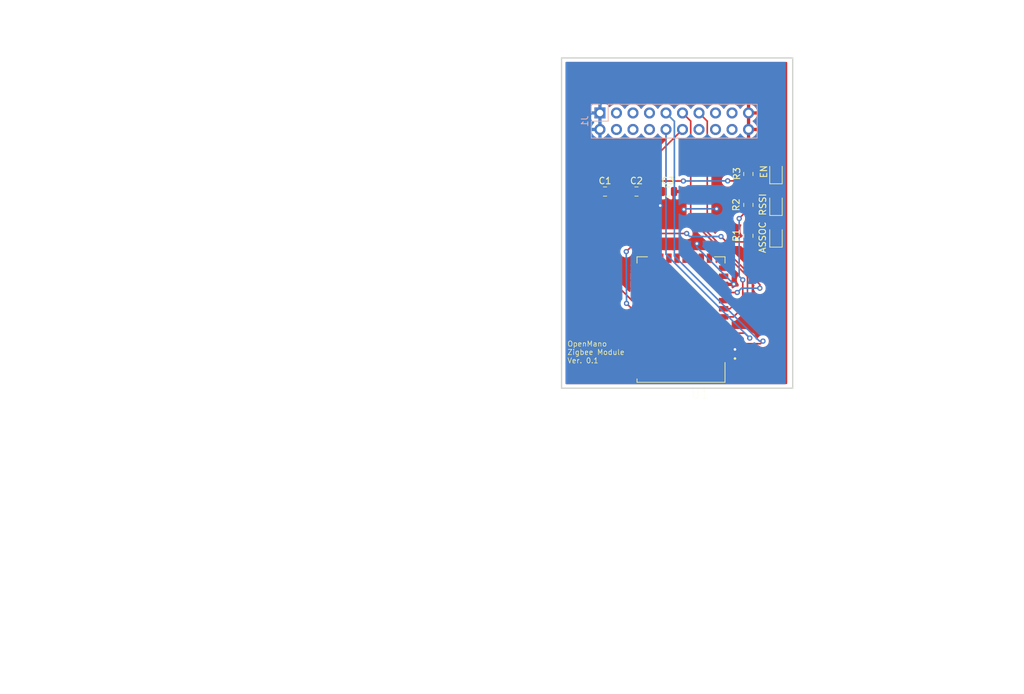
<source format=kicad_pcb>
(kicad_pcb (version 20171130) (host pcbnew 5.1.9)

  (general
    (thickness 1.6)
    (drawings 41)
    (tracks 113)
    (zones 0)
    (modules 11)
    (nets 14)
  )

  (page A4)
  (layers
    (0 F.Cu signal)
    (31 B.Cu signal)
    (32 B.Adhes user)
    (33 F.Adhes user)
    (34 B.Paste user)
    (35 F.Paste user)
    (36 B.SilkS user)
    (37 F.SilkS user)
    (38 B.Mask user)
    (39 F.Mask user)
    (40 Dwgs.User user)
    (41 Cmts.User user)
    (42 Eco1.User user)
    (43 Eco2.User user)
    (44 Edge.Cuts user)
    (45 Margin user)
    (46 B.CrtYd user)
    (47 F.CrtYd user)
    (48 B.Fab user)
    (49 F.Fab user)
  )

  (setup
    (last_trace_width 0.25)
    (trace_clearance 0.2)
    (zone_clearance 0.508)
    (zone_45_only yes)
    (trace_min 0.2)
    (via_size 0.8)
    (via_drill 0.4)
    (via_min_size 0.4)
    (via_min_drill 0.3)
    (uvia_size 0.3)
    (uvia_drill 0.1)
    (uvias_allowed no)
    (uvia_min_size 0.2)
    (uvia_min_drill 0.1)
    (edge_width 0.05)
    (segment_width 0.2)
    (pcb_text_width 0.3)
    (pcb_text_size 1.5 1.5)
    (mod_edge_width 0.12)
    (mod_text_size 1 1)
    (mod_text_width 0.15)
    (pad_size 1.524 1.524)
    (pad_drill 0.762)
    (pad_to_mask_clearance 0)
    (aux_axis_origin 0 0)
    (visible_elements FFFFFF7F)
    (pcbplotparams
      (layerselection 0x010fc_ffffffff)
      (usegerberextensions false)
      (usegerberattributes true)
      (usegerberadvancedattributes true)
      (creategerberjobfile true)
      (excludeedgelayer true)
      (linewidth 0.100000)
      (plotframeref false)
      (viasonmask false)
      (mode 1)
      (useauxorigin false)
      (hpglpennumber 1)
      (hpglpenspeed 20)
      (hpglpendiameter 15.000000)
      (psnegative false)
      (psa4output false)
      (plotreference true)
      (plotvalue true)
      (plotinvisibletext false)
      (padsonsilk false)
      (subtractmaskfromsilk false)
      (outputformat 1)
      (mirror false)
      (drillshape 1)
      (scaleselection 1)
      (outputdirectory ""))
  )

  (net 0 "")
  (net 1 GND)
  (net 2 +3V3)
  (net 3 "Net-(D1-Pad2)")
  (net 4 "Net-(D2-Pad2)")
  (net 5 "Net-(D3-Pad2)")
  (net 6 /SLEEP)
  (net 7 /EXTI)
  (net 8 /RST)
  (net 9 /UART_RX)
  (net 10 /UART_TX)
  (net 11 /EN_LED)
  (net 12 /ASSOC_LED)
  (net 13 /RSSI_LED)

  (net_class Default "This is the default net class."
    (clearance 0.2)
    (trace_width 0.25)
    (via_dia 0.8)
    (via_drill 0.4)
    (uvia_dia 0.3)
    (uvia_drill 0.1)
    (add_net +3V3)
    (add_net /ASSOC_LED)
    (add_net /EN_LED)
    (add_net /EXTI)
    (add_net /RSSI_LED)
    (add_net /RST)
    (add_net /SLEEP)
    (add_net /UART_RX)
    (add_net /UART_TX)
    (add_net GND)
    (add_net "Net-(D1-Pad2)")
    (add_net "Net-(D2-Pad2)")
    (add_net "Net-(D3-Pad2)")
    (add_net "Net-(J1-Pad14)")
    (add_net "Net-(J1-Pad15)")
    (add_net "Net-(J1-Pad16)")
    (add_net "Net-(J1-Pad17)")
    (add_net "Net-(J1-Pad18)")
    (add_net "Net-(J1-Pad3)")
    (add_net "Net-(J1-Pad4)")
    (add_net "Net-(J1-Pad5)")
    (add_net "Net-(J1-Pad6)")
    (add_net "Net-(J1-Pad7)")
    (add_net "Net-(J1-Pad8)")
    (add_net "Net-(U1-Pad11)")
    (add_net "Net-(U1-Pad13)")
    (add_net "Net-(U1-Pad14)")
    (add_net "Net-(U1-Pad15)")
    (add_net "Net-(U1-Pad16)")
    (add_net "Net-(U1-Pad23)")
    (add_net "Net-(U1-Pad24)")
    (add_net "Net-(U1-Pad27)")
    (add_net "Net-(U1-Pad28)")
    (add_net "Net-(U1-Pad29)")
    (add_net "Net-(U1-Pad30)")
    (add_net "Net-(U1-Pad33)")
    (add_net "Net-(U1-Pad5)")
    (add_net "Net-(U1-Pad8)")
  )

  (module xbee:XCVR_XB3-24Z8CM-J (layer F.Cu) (tedit 5F7EAFFF) (tstamp 608512EB)
    (at 193.8 140.96 180)
    (path /608ACC6E)
    (fp_text reference U1 (at -2.919 -11.4982) (layer F.SilkS)
      (effects (font (size 1.32 1.32) (thickness 0.015)))
    )
    (fp_text value XB3-24Z8CM-J (at 6.5394 11.4018) (layer F.Fab)
      (effects (font (size 1.32 1.32) (thickness 0.015)))
    )
    (fp_circle (center -8.3 -6) (end -8.2 -6) (layer F.Fab) (width 0.2))
    (fp_circle (center -8.3 -6) (end -8.2 -6) (layer F.SilkS) (width 0.2))
    (fp_line (start 7.53 10.41) (end 7.53 -10.16) (layer F.CrtYd) (width 0.05))
    (fp_line (start -7.53 10.41) (end 7.53 10.41) (layer F.CrtYd) (width 0.05))
    (fp_line (start -7.53 -10.16) (end -7.53 10.41) (layer F.CrtYd) (width 0.05))
    (fp_line (start 6.7691 9.652) (end 6.7691 8.68) (layer F.SilkS) (width 0.127))
    (fp_line (start 5.15 9.652) (end 6.7691 9.652) (layer F.SilkS) (width 0.127))
    (fp_line (start -6.7691 9.652) (end -5.15 9.652) (layer F.SilkS) (width 0.127))
    (fp_line (start -6.7691 8.68) (end -6.7691 9.652) (layer F.SilkS) (width 0.127))
    (fp_line (start 6.7691 -9.652) (end 6.7691 -9.13) (layer F.SilkS) (width 0.127))
    (fp_line (start -6.7691 -9.652) (end 6.7691 -9.652) (layer F.SilkS) (width 0.127))
    (fp_line (start -6.7691 -6.61) (end -6.7691 -9.652) (layer F.SilkS) (width 0.127))
    (fp_poly (pts (xy 1.1049 -8.382) (xy 3.6449 -8.382) (xy 3.6449 -4.572) (xy 1.1049 -4.572)) (layer Dwgs.User) (width 0.01))
    (fp_line (start 6.7691 9.652) (end -6.7691 9.652) (layer F.Fab) (width 0.127))
    (fp_line (start 6.7691 -9.652) (end 6.7691 9.652) (layer F.Fab) (width 0.127))
    (fp_line (start -6.7691 -9.652) (end 6.7691 -9.652) (layer F.Fab) (width 0.127))
    (fp_line (start -6.7691 9.652) (end -6.7691 -9.652) (layer F.Fab) (width 0.127))
    (fp_line (start -7.525 -10.175) (end 7.525 -10.175) (layer F.CrtYd) (width 0.05))
    (pad 1 smd rect (at -6.5532 -5.842 180) (size 1.4478 0.8382) (layers F.Cu F.Paste F.Mask)
      (net 1 GND))
    (pad 2 smd rect (at -6.5532 -4.59232 180) (size 1.4478 0.8382) (layers F.Cu F.Paste F.Mask)
      (net 2 +3V3))
    (pad 3 smd rect (at -6.5532 -3.34264 180) (size 1.4478 0.8382) (layers F.Cu F.Paste F.Mask)
      (net 10 /UART_TX))
    (pad 4 smd rect (at -6.5532 -2.09296 180) (size 1.4478 0.8382) (layers F.Cu F.Paste F.Mask)
      (net 9 /UART_RX))
    (pad 5 smd rect (at -6.5532 -0.843281 180) (size 1.4478 0.8382) (layers F.Cu F.Paste F.Mask))
    (pad 6 smd rect (at -6.5532 0.4064 180) (size 1.4478 0.8382) (layers F.Cu F.Paste F.Mask)
      (net 8 /RST))
    (pad 7 smd rect (at -6.5532 1.65608 180) (size 1.4478 0.8382) (layers F.Cu F.Paste F.Mask)
      (net 13 /RSSI_LED))
    (pad 8 smd rect (at -6.5532 2.90576 180) (size 1.4478 0.8382) (layers F.Cu F.Paste F.Mask))
    (pad 9 smd rect (at -6.5532 4.15544 180) (size 1.4478 0.8382) (layers F.Cu F.Paste F.Mask)
      (net 6 /SLEEP))
    (pad 10 smd rect (at -6.5532 5.40512 180) (size 1.4478 0.8382) (layers F.Cu F.Paste F.Mask)
      (net 1 GND))
    (pad 11 smd rect (at -6.5532 6.6548 180) (size 1.4478 0.8382) (layers F.Cu F.Paste F.Mask))
    (pad 12 smd rect (at -6.5532 7.90448 180) (size 1.4478 0.8382) (layers F.Cu F.Paste F.Mask)
      (net 1 GND))
    (pad 13 smd rect (at -4.3815 9.4361 180) (size 0.8382 1.4478) (layers F.Cu F.Paste F.Mask))
    (pad 14 smd rect (at -3.13182 9.4361 180) (size 0.8382 1.4478) (layers F.Cu F.Paste F.Mask))
    (pad 15 smd rect (at -1.88214 9.4361 180) (size 0.8382 1.4478) (layers F.Cu F.Paste F.Mask))
    (pad 16 smd rect (at -0.632459 9.4361 180) (size 0.8382 1.4478) (layers F.Cu F.Paste F.Mask))
    (pad 17 smd rect (at 0.617219 9.4361 180) (size 0.8382 1.4478) (layers F.Cu F.Paste F.Mask))
    (pad 18 smd rect (at 1.8669 9.4361 180) (size 0.8382 1.4478) (layers F.Cu F.Paste F.Mask))
    (pad 19 smd rect (at 3.11658 9.4361 180) (size 0.8382 1.4478) (layers F.Cu F.Paste F.Mask))
    (pad 20 smd rect (at 4.3815 9.4361 180) (size 0.8382 1.4478) (layers F.Cu F.Paste F.Mask))
    (pad 21 smd rect (at 6.5532 7.90448 180) (size 1.4478 0.8382) (layers F.Cu F.Paste F.Mask)
      (net 1 GND))
    (pad 22 smd rect (at 6.5532 6.6548 180) (size 1.4478 0.8382) (layers F.Cu F.Paste F.Mask))
    (pad 23 smd rect (at 6.5532 5.40512 180) (size 1.4478 0.8382) (layers F.Cu F.Paste F.Mask))
    (pad 24 smd rect (at 6.5532 4.15544 180) (size 1.4478 0.8382) (layers F.Cu F.Paste F.Mask))
    (pad 25 smd rect (at 6.5532 2.90576 180) (size 1.4478 0.8382) (layers F.Cu F.Paste F.Mask)
      (net 11 /EN_LED))
    (pad 26 smd rect (at 6.5532 1.65608 180) (size 1.4478 0.8382) (layers F.Cu F.Paste F.Mask)
      (net 12 /ASSOC_LED))
    (pad 27 smd rect (at 6.5532 0.4064 180) (size 1.4478 0.8382) (layers F.Cu F.Paste F.Mask))
    (pad 28 smd rect (at 6.5532 -0.843281 180) (size 1.4478 0.8382) (layers F.Cu F.Paste F.Mask))
    (pad 29 smd rect (at 6.5532 -2.09296 180) (size 1.4478 0.8382) (layers F.Cu F.Paste F.Mask))
    (pad 30 smd rect (at 6.5532 -3.34264 180) (size 1.4478 0.8382) (layers F.Cu F.Paste F.Mask))
    (pad 31 smd rect (at 6.5532 -4.59232 180) (size 1.4478 0.8382) (layers F.Cu F.Paste F.Mask)
      (net 7 /EXTI))
    (pad 32 smd rect (at 6.5532 -5.842 180) (size 1.4478 0.8382) (layers F.Cu F.Paste F.Mask)
      (net 1 GND))
    (pad 33 smd rect (at 6.5532 -7.09168 180) (size 1.4478 0.8382) (layers F.Cu F.Paste F.Mask))
    (pad 34 smd rect (at 6.5532 -8.3566 180) (size 1.4478 0.8382) (layers F.Cu F.Paste F.Mask)
      (net 1 GND))
    (model ${KIPRJMOD}/lib/xbee/XB3-24Z8CM-J--3DModel-STEP-56544.STEP
      (at (xyz 0 0 0))
      (scale (xyz 1 1 1))
      (rotate (xyz -90 0 0))
    )
  )

  (module Resistor_SMD:R_0805_2012Metric (layer F.Cu) (tedit 5B36C52B) (tstamp 60852742)
    (at 204.16 123.325 270)
    (descr "Resistor SMD 0805 (2012 Metric), square (rectangular) end terminal, IPC_7351 nominal, (Body size source: https://docs.google.com/spreadsheets/d/1BsfQQcO9C6DZCsRaXUlFlo91Tg2WpOkGARC1WS5S8t0/edit?usp=sharing), generated with kicad-footprint-generator")
    (tags resistor)
    (path /608CF794)
    (attr smd)
    (fp_text reference R2 (at -0.015 1.87 90) (layer F.SilkS)
      (effects (font (size 1 1) (thickness 0.15)))
    )
    (fp_text value 1k (at 0 1.65 90) (layer F.Fab)
      (effects (font (size 1 1) (thickness 0.15)))
    )
    (fp_text user %R (at 0 0 90) (layer F.Fab)
      (effects (font (size 0.5 0.5) (thickness 0.08)))
    )
    (fp_line (start -1 0.6) (end -1 -0.6) (layer F.Fab) (width 0.1))
    (fp_line (start -1 -0.6) (end 1 -0.6) (layer F.Fab) (width 0.1))
    (fp_line (start 1 -0.6) (end 1 0.6) (layer F.Fab) (width 0.1))
    (fp_line (start 1 0.6) (end -1 0.6) (layer F.Fab) (width 0.1))
    (fp_line (start -0.258578 -0.71) (end 0.258578 -0.71) (layer F.SilkS) (width 0.12))
    (fp_line (start -0.258578 0.71) (end 0.258578 0.71) (layer F.SilkS) (width 0.12))
    (fp_line (start -1.68 0.95) (end -1.68 -0.95) (layer F.CrtYd) (width 0.05))
    (fp_line (start -1.68 -0.95) (end 1.68 -0.95) (layer F.CrtYd) (width 0.05))
    (fp_line (start 1.68 -0.95) (end 1.68 0.95) (layer F.CrtYd) (width 0.05))
    (fp_line (start 1.68 0.95) (end -1.68 0.95) (layer F.CrtYd) (width 0.05))
    (pad 2 smd roundrect (at 0.9375 0 270) (size 0.975 1.4) (layers F.Cu F.Paste F.Mask) (roundrect_rratio 0.25)
      (net 13 /RSSI_LED))
    (pad 1 smd roundrect (at -0.9375 0 270) (size 0.975 1.4) (layers F.Cu F.Paste F.Mask) (roundrect_rratio 0.25)
      (net 4 "Net-(D2-Pad2)"))
    (model ${KISYS3DMOD}/Resistor_SMD.3dshapes/R_0805_2012Metric.wrl
      (at (xyz 0 0 0))
      (scale (xyz 1 1 1))
      (rotate (xyz 0 0 0))
    )
  )

  (module Resistor_SMD:R_0805_2012Metric (layer F.Cu) (tedit 5B36C52B) (tstamp 608512A2)
    (at 204.16 128.08 270)
    (descr "Resistor SMD 0805 (2012 Metric), square (rectangular) end terminal, IPC_7351 nominal, (Body size source: https://docs.google.com/spreadsheets/d/1BsfQQcO9C6DZCsRaXUlFlo91Tg2WpOkGARC1WS5S8t0/edit?usp=sharing), generated with kicad-footprint-generator")
    (tags resistor)
    (path /608CFC60)
    (attr smd)
    (fp_text reference R1 (at -0.08 1.85 90) (layer F.SilkS)
      (effects (font (size 1 1) (thickness 0.15)))
    )
    (fp_text value 1k (at 0 1.65 90) (layer F.Fab)
      (effects (font (size 1 1) (thickness 0.15)))
    )
    (fp_text user %R (at 0 0 90) (layer F.Fab)
      (effects (font (size 0.5 0.5) (thickness 0.08)))
    )
    (fp_line (start -1 0.6) (end -1 -0.6) (layer F.Fab) (width 0.1))
    (fp_line (start -1 -0.6) (end 1 -0.6) (layer F.Fab) (width 0.1))
    (fp_line (start 1 -0.6) (end 1 0.6) (layer F.Fab) (width 0.1))
    (fp_line (start 1 0.6) (end -1 0.6) (layer F.Fab) (width 0.1))
    (fp_line (start -0.258578 -0.71) (end 0.258578 -0.71) (layer F.SilkS) (width 0.12))
    (fp_line (start -0.258578 0.71) (end 0.258578 0.71) (layer F.SilkS) (width 0.12))
    (fp_line (start -1.68 0.95) (end -1.68 -0.95) (layer F.CrtYd) (width 0.05))
    (fp_line (start -1.68 -0.95) (end 1.68 -0.95) (layer F.CrtYd) (width 0.05))
    (fp_line (start 1.68 -0.95) (end 1.68 0.95) (layer F.CrtYd) (width 0.05))
    (fp_line (start 1.68 0.95) (end -1.68 0.95) (layer F.CrtYd) (width 0.05))
    (pad 2 smd roundrect (at 0.9375 0 270) (size 0.975 1.4) (layers F.Cu F.Paste F.Mask) (roundrect_rratio 0.25)
      (net 12 /ASSOC_LED))
    (pad 1 smd roundrect (at -0.9375 0 270) (size 0.975 1.4) (layers F.Cu F.Paste F.Mask) (roundrect_rratio 0.25)
      (net 3 "Net-(D1-Pad2)"))
    (model ${KISYS3DMOD}/Resistor_SMD.3dshapes/R_0805_2012Metric.wrl
      (at (xyz 0 0 0))
      (scale (xyz 1 1 1))
      (rotate (xyz 0 0 0))
    )
  )

  (module Resistor_SMD:R_0805_2012Metric (layer F.Cu) (tedit 5B36C52B) (tstamp 60851291)
    (at 204.16 118.57 270)
    (descr "Resistor SMD 0805 (2012 Metric), square (rectangular) end terminal, IPC_7351 nominal, (Body size source: https://docs.google.com/spreadsheets/d/1BsfQQcO9C6DZCsRaXUlFlo91Tg2WpOkGARC1WS5S8t0/edit?usp=sharing), generated with kicad-footprint-generator")
    (tags resistor)
    (path /608CF41B)
    (attr smd)
    (fp_text reference R3 (at -0.05 1.77 90) (layer F.SilkS)
      (effects (font (size 1 1) (thickness 0.15)))
    )
    (fp_text value 1k (at 0 1.65 90) (layer F.Fab)
      (effects (font (size 1 1) (thickness 0.15)))
    )
    (fp_text user %R (at 0 0 90) (layer F.Fab)
      (effects (font (size 0.5 0.5) (thickness 0.08)))
    )
    (fp_line (start -1 0.6) (end -1 -0.6) (layer F.Fab) (width 0.1))
    (fp_line (start -1 -0.6) (end 1 -0.6) (layer F.Fab) (width 0.1))
    (fp_line (start 1 -0.6) (end 1 0.6) (layer F.Fab) (width 0.1))
    (fp_line (start 1 0.6) (end -1 0.6) (layer F.Fab) (width 0.1))
    (fp_line (start -0.258578 -0.71) (end 0.258578 -0.71) (layer F.SilkS) (width 0.12))
    (fp_line (start -0.258578 0.71) (end 0.258578 0.71) (layer F.SilkS) (width 0.12))
    (fp_line (start -1.68 0.95) (end -1.68 -0.95) (layer F.CrtYd) (width 0.05))
    (fp_line (start -1.68 -0.95) (end 1.68 -0.95) (layer F.CrtYd) (width 0.05))
    (fp_line (start 1.68 -0.95) (end 1.68 0.95) (layer F.CrtYd) (width 0.05))
    (fp_line (start 1.68 0.95) (end -1.68 0.95) (layer F.CrtYd) (width 0.05))
    (pad 2 smd roundrect (at 0.9375 0 270) (size 0.975 1.4) (layers F.Cu F.Paste F.Mask) (roundrect_rratio 0.25)
      (net 11 /EN_LED))
    (pad 1 smd roundrect (at -0.9375 0 270) (size 0.975 1.4) (layers F.Cu F.Paste F.Mask) (roundrect_rratio 0.25)
      (net 5 "Net-(D3-Pad2)"))
    (model ${KISYS3DMOD}/Resistor_SMD.3dshapes/R_0805_2012Metric.wrl
      (at (xyz 0 0 0))
      (scale (xyz 1 1 1))
      (rotate (xyz 0 0 0))
    )
  )

  (module Connector_PinHeader_2.54mm:PinHeader_2x10_P2.54mm_Vertical (layer B.Cu) (tedit 59FED5CC) (tstamp 60851280)
    (at 181.33 109.18 270)
    (descr "Through hole straight pin header, 2x10, 2.54mm pitch, double rows")
    (tags "Through hole pin header THT 2x10 2.54mm double row")
    (path /608B2D55)
    (fp_text reference J1 (at 1.27 2.33 270) (layer B.SilkS)
      (effects (font (size 1 1) (thickness 0.15)) (justify mirror))
    )
    (fp_text value Conn_02x10_Top_Bottom (at 1.27 -25.19 270) (layer B.Fab)
      (effects (font (size 1 1) (thickness 0.15)) (justify mirror))
    )
    (fp_text user %R (at 1.27 -11.43) (layer B.Fab)
      (effects (font (size 1 1) (thickness 0.15)) (justify mirror))
    )
    (fp_line (start 0 1.27) (end 3.81 1.27) (layer B.Fab) (width 0.1))
    (fp_line (start 3.81 1.27) (end 3.81 -24.13) (layer B.Fab) (width 0.1))
    (fp_line (start 3.81 -24.13) (end -1.27 -24.13) (layer B.Fab) (width 0.1))
    (fp_line (start -1.27 -24.13) (end -1.27 0) (layer B.Fab) (width 0.1))
    (fp_line (start -1.27 0) (end 0 1.27) (layer B.Fab) (width 0.1))
    (fp_line (start -1.33 -24.19) (end 3.87 -24.19) (layer B.SilkS) (width 0.12))
    (fp_line (start -1.33 -1.27) (end -1.33 -24.19) (layer B.SilkS) (width 0.12))
    (fp_line (start 3.87 1.33) (end 3.87 -24.19) (layer B.SilkS) (width 0.12))
    (fp_line (start -1.33 -1.27) (end 1.27 -1.27) (layer B.SilkS) (width 0.12))
    (fp_line (start 1.27 -1.27) (end 1.27 1.33) (layer B.SilkS) (width 0.12))
    (fp_line (start 1.27 1.33) (end 3.87 1.33) (layer B.SilkS) (width 0.12))
    (fp_line (start -1.33 0) (end -1.33 1.33) (layer B.SilkS) (width 0.12))
    (fp_line (start -1.33 1.33) (end 0 1.33) (layer B.SilkS) (width 0.12))
    (fp_line (start -1.8 1.8) (end -1.8 -24.65) (layer B.CrtYd) (width 0.05))
    (fp_line (start -1.8 -24.65) (end 4.35 -24.65) (layer B.CrtYd) (width 0.05))
    (fp_line (start 4.35 -24.65) (end 4.35 1.8) (layer B.CrtYd) (width 0.05))
    (fp_line (start 4.35 1.8) (end -1.8 1.8) (layer B.CrtYd) (width 0.05))
    (pad 20 thru_hole oval (at 2.54 -22.86 270) (size 1.7 1.7) (drill 1) (layers *.Cu *.Mask)
      (net 1 GND))
    (pad 19 thru_hole oval (at 0 -22.86 270) (size 1.7 1.7) (drill 1) (layers *.Cu *.Mask)
      (net 1 GND))
    (pad 18 thru_hole oval (at 2.54 -20.32 270) (size 1.7 1.7) (drill 1) (layers *.Cu *.Mask))
    (pad 17 thru_hole oval (at 0 -20.32 270) (size 1.7 1.7) (drill 1) (layers *.Cu *.Mask))
    (pad 16 thru_hole oval (at 2.54 -17.78 270) (size 1.7 1.7) (drill 1) (layers *.Cu *.Mask))
    (pad 15 thru_hole oval (at 0 -17.78 270) (size 1.7 1.7) (drill 1) (layers *.Cu *.Mask))
    (pad 14 thru_hole oval (at 2.54 -15.24 270) (size 1.7 1.7) (drill 1) (layers *.Cu *.Mask))
    (pad 13 thru_hole oval (at 0 -15.24 270) (size 1.7 1.7) (drill 1) (layers *.Cu *.Mask)
      (net 6 /SLEEP))
    (pad 12 thru_hole oval (at 2.54 -12.7 270) (size 1.7 1.7) (drill 1) (layers *.Cu *.Mask)
      (net 7 /EXTI))
    (pad 11 thru_hole oval (at 0 -12.7 270) (size 1.7 1.7) (drill 1) (layers *.Cu *.Mask)
      (net 8 /RST))
    (pad 10 thru_hole oval (at 2.54 -10.16 270) (size 1.7 1.7) (drill 1) (layers *.Cu *.Mask)
      (net 9 /UART_RX))
    (pad 9 thru_hole oval (at 0 -10.16 270) (size 1.7 1.7) (drill 1) (layers *.Cu *.Mask)
      (net 10 /UART_TX))
    (pad 8 thru_hole oval (at 2.54 -7.62 270) (size 1.7 1.7) (drill 1) (layers *.Cu *.Mask))
    (pad 7 thru_hole oval (at 0 -7.62 270) (size 1.7 1.7) (drill 1) (layers *.Cu *.Mask))
    (pad 6 thru_hole oval (at 2.54 -5.08 270) (size 1.7 1.7) (drill 1) (layers *.Cu *.Mask))
    (pad 5 thru_hole oval (at 0 -5.08 270) (size 1.7 1.7) (drill 1) (layers *.Cu *.Mask))
    (pad 4 thru_hole oval (at 2.54 -2.54 270) (size 1.7 1.7) (drill 1) (layers *.Cu *.Mask))
    (pad 3 thru_hole oval (at 0 -2.54 270) (size 1.7 1.7) (drill 1) (layers *.Cu *.Mask))
    (pad 2 thru_hole oval (at 2.54 0 270) (size 1.7 1.7) (drill 1) (layers *.Cu *.Mask)
      (net 2 +3V3))
    (pad 1 thru_hole rect (at 0 0 270) (size 1.7 1.7) (drill 1) (layers *.Cu *.Mask)
      (net 2 +3V3))
    (model ${KISYS3DMOD}/Connector_PinHeader_2.54mm.3dshapes/PinHeader_2x10_P2.54mm_Vertical.wrl
      (at (xyz 0 0 0))
      (scale (xyz 1 1 1))
      (rotate (xyz 0 0 0))
    )
  )

  (module LED_SMD:LED_0805_2012Metric (layer F.Cu) (tedit 5B36C52C) (tstamp 60851256)
    (at 208.41 118.39 90)
    (descr "LED SMD 0805 (2012 Metric), square (rectangular) end terminal, IPC_7351 nominal, (Body size source: https://docs.google.com/spreadsheets/d/1BsfQQcO9C6DZCsRaXUlFlo91Tg2WpOkGARC1WS5S8t0/edit?usp=sharing), generated with kicad-footprint-generator")
    (tags diode)
    (path /608C87D0)
    (attr smd)
    (fp_text reference D3 (at 0 -1.65 90) (layer F.Fab)
      (effects (font (size 1 1) (thickness 0.15)))
    )
    (fp_text value EN (at 0.18 -1.88 90) (layer F.SilkS)
      (effects (font (size 1 1) (thickness 0.15)))
    )
    (fp_text user %R (at 0 0 90) (layer F.Fab)
      (effects (font (size 0.5 0.5) (thickness 0.08)))
    )
    (fp_line (start 1 -0.6) (end -0.7 -0.6) (layer F.Fab) (width 0.1))
    (fp_line (start -0.7 -0.6) (end -1 -0.3) (layer F.Fab) (width 0.1))
    (fp_line (start -1 -0.3) (end -1 0.6) (layer F.Fab) (width 0.1))
    (fp_line (start -1 0.6) (end 1 0.6) (layer F.Fab) (width 0.1))
    (fp_line (start 1 0.6) (end 1 -0.6) (layer F.Fab) (width 0.1))
    (fp_line (start 1 -0.96) (end -1.685 -0.96) (layer F.SilkS) (width 0.12))
    (fp_line (start -1.685 -0.96) (end -1.685 0.96) (layer F.SilkS) (width 0.12))
    (fp_line (start -1.685 0.96) (end 1 0.96) (layer F.SilkS) (width 0.12))
    (fp_line (start -1.68 0.95) (end -1.68 -0.95) (layer F.CrtYd) (width 0.05))
    (fp_line (start -1.68 -0.95) (end 1.68 -0.95) (layer F.CrtYd) (width 0.05))
    (fp_line (start 1.68 -0.95) (end 1.68 0.95) (layer F.CrtYd) (width 0.05))
    (fp_line (start 1.68 0.95) (end -1.68 0.95) (layer F.CrtYd) (width 0.05))
    (pad 2 smd roundrect (at 0.9375 0 90) (size 0.975 1.4) (layers F.Cu F.Paste F.Mask) (roundrect_rratio 0.25)
      (net 5 "Net-(D3-Pad2)"))
    (pad 1 smd roundrect (at -0.9375 0 90) (size 0.975 1.4) (layers F.Cu F.Paste F.Mask) (roundrect_rratio 0.25)
      (net 1 GND))
    (model ${KISYS3DMOD}/LED_SMD.3dshapes/LED_0805_2012Metric.wrl
      (at (xyz 0 0 0))
      (scale (xyz 1 1 1))
      (rotate (xyz 0 0 0))
    )
  )

  (module LED_SMD:LED_0805_2012Metric (layer F.Cu) (tedit 5B36C52C) (tstamp 60851243)
    (at 208.41 123.265 90)
    (descr "LED SMD 0805 (2012 Metric), square (rectangular) end terminal, IPC_7351 nominal, (Body size source: https://docs.google.com/spreadsheets/d/1BsfQQcO9C6DZCsRaXUlFlo91Tg2WpOkGARC1WS5S8t0/edit?usp=sharing), generated with kicad-footprint-generator")
    (tags diode)
    (path /608CACC1)
    (attr smd)
    (fp_text reference D2 (at 0 -1.65 90) (layer F.Fab)
      (effects (font (size 1 1) (thickness 0.15)))
    )
    (fp_text value RSSI (at -0.005 -2.03 90) (layer F.SilkS)
      (effects (font (size 1 1) (thickness 0.15)))
    )
    (fp_text user %R (at 0 0 90) (layer F.Fab)
      (effects (font (size 0.5 0.5) (thickness 0.08)))
    )
    (fp_line (start 1 -0.6) (end -0.7 -0.6) (layer F.Fab) (width 0.1))
    (fp_line (start -0.7 -0.6) (end -1 -0.3) (layer F.Fab) (width 0.1))
    (fp_line (start -1 -0.3) (end -1 0.6) (layer F.Fab) (width 0.1))
    (fp_line (start -1 0.6) (end 1 0.6) (layer F.Fab) (width 0.1))
    (fp_line (start 1 0.6) (end 1 -0.6) (layer F.Fab) (width 0.1))
    (fp_line (start 1 -0.96) (end -1.685 -0.96) (layer F.SilkS) (width 0.12))
    (fp_line (start -1.685 -0.96) (end -1.685 0.96) (layer F.SilkS) (width 0.12))
    (fp_line (start -1.685 0.96) (end 1 0.96) (layer F.SilkS) (width 0.12))
    (fp_line (start -1.68 0.95) (end -1.68 -0.95) (layer F.CrtYd) (width 0.05))
    (fp_line (start -1.68 -0.95) (end 1.68 -0.95) (layer F.CrtYd) (width 0.05))
    (fp_line (start 1.68 -0.95) (end 1.68 0.95) (layer F.CrtYd) (width 0.05))
    (fp_line (start 1.68 0.95) (end -1.68 0.95) (layer F.CrtYd) (width 0.05))
    (pad 2 smd roundrect (at 0.9375 0 90) (size 0.975 1.4) (layers F.Cu F.Paste F.Mask) (roundrect_rratio 0.25)
      (net 4 "Net-(D2-Pad2)"))
    (pad 1 smd roundrect (at -0.9375 0 90) (size 0.975 1.4) (layers F.Cu F.Paste F.Mask) (roundrect_rratio 0.25)
      (net 1 GND))
    (model ${KISYS3DMOD}/LED_SMD.3dshapes/LED_0805_2012Metric.wrl
      (at (xyz 0 0 0))
      (scale (xyz 1 1 1))
      (rotate (xyz 0 0 0))
    )
  )

  (module LED_SMD:LED_0805_2012Metric (layer F.Cu) (tedit 5B36C52C) (tstamp 60851230)
    (at 208.41 128.14 90)
    (descr "LED SMD 0805 (2012 Metric), square (rectangular) end terminal, IPC_7351 nominal, (Body size source: https://docs.google.com/spreadsheets/d/1BsfQQcO9C6DZCsRaXUlFlo91Tg2WpOkGARC1WS5S8t0/edit?usp=sharing), generated with kicad-footprint-generator")
    (tags diode)
    (path /608CB863)
    (attr smd)
    (fp_text reference D1 (at 0 -1.65 90) (layer F.Fab)
      (effects (font (size 1 1) (thickness 0.15)))
    )
    (fp_text value ASSOC (at -0.18 -2.07 90) (layer F.SilkS)
      (effects (font (size 1 1) (thickness 0.15)))
    )
    (fp_text user %R (at 0 0 90) (layer F.Fab)
      (effects (font (size 0.5 0.5) (thickness 0.08)))
    )
    (fp_line (start 1 -0.6) (end -0.7 -0.6) (layer F.Fab) (width 0.1))
    (fp_line (start -0.7 -0.6) (end -1 -0.3) (layer F.Fab) (width 0.1))
    (fp_line (start -1 -0.3) (end -1 0.6) (layer F.Fab) (width 0.1))
    (fp_line (start -1 0.6) (end 1 0.6) (layer F.Fab) (width 0.1))
    (fp_line (start 1 0.6) (end 1 -0.6) (layer F.Fab) (width 0.1))
    (fp_line (start 1 -0.96) (end -1.685 -0.96) (layer F.SilkS) (width 0.12))
    (fp_line (start -1.685 -0.96) (end -1.685 0.96) (layer F.SilkS) (width 0.12))
    (fp_line (start -1.685 0.96) (end 1 0.96) (layer F.SilkS) (width 0.12))
    (fp_line (start -1.68 0.95) (end -1.68 -0.95) (layer F.CrtYd) (width 0.05))
    (fp_line (start -1.68 -0.95) (end 1.68 -0.95) (layer F.CrtYd) (width 0.05))
    (fp_line (start 1.68 -0.95) (end 1.68 0.95) (layer F.CrtYd) (width 0.05))
    (fp_line (start 1.68 0.95) (end -1.68 0.95) (layer F.CrtYd) (width 0.05))
    (pad 2 smd roundrect (at 0.9375 0 90) (size 0.975 1.4) (layers F.Cu F.Paste F.Mask) (roundrect_rratio 0.25)
      (net 3 "Net-(D1-Pad2)"))
    (pad 1 smd roundrect (at -0.9375 0 90) (size 0.975 1.4) (layers F.Cu F.Paste F.Mask) (roundrect_rratio 0.25)
      (net 1 GND))
    (model ${KISYS3DMOD}/LED_SMD.3dshapes/LED_0805_2012Metric.wrl
      (at (xyz 0 0 0))
      (scale (xyz 1 1 1))
      (rotate (xyz 0 0 0))
    )
  )

  (module Capacitor_SMD:C_0805_2012Metric (layer F.Cu) (tedit 5B36C52B) (tstamp 6085121D)
    (at 191.79 121.27)
    (descr "Capacitor SMD 0805 (2012 Metric), square (rectangular) end terminal, IPC_7351 nominal, (Body size source: https://docs.google.com/spreadsheets/d/1BsfQQcO9C6DZCsRaXUlFlo91Tg2WpOkGARC1WS5S8t0/edit?usp=sharing), generated with kicad-footprint-generator")
    (tags capacitor)
    (path /608C0EA8)
    (attr smd)
    (fp_text reference C3 (at 0 -1.65) (layer F.SilkS)
      (effects (font (size 1 1) (thickness 0.15)))
    )
    (fp_text value 10uF (at 0 1.65) (layer F.Fab)
      (effects (font (size 1 1) (thickness 0.15)))
    )
    (fp_text user %R (at -0.4 0.82) (layer F.Fab)
      (effects (font (size 0.5 0.5) (thickness 0.08)))
    )
    (fp_line (start -1 0.6) (end -1 -0.6) (layer F.Fab) (width 0.1))
    (fp_line (start -1 -0.6) (end 1 -0.6) (layer F.Fab) (width 0.1))
    (fp_line (start 1 -0.6) (end 1 0.6) (layer F.Fab) (width 0.1))
    (fp_line (start 1 0.6) (end -1 0.6) (layer F.Fab) (width 0.1))
    (fp_line (start -0.258578 -0.71) (end 0.258578 -0.71) (layer F.SilkS) (width 0.12))
    (fp_line (start -0.258578 0.71) (end 0.258578 0.71) (layer F.SilkS) (width 0.12))
    (fp_line (start -1.68 0.95) (end -1.68 -0.95) (layer F.CrtYd) (width 0.05))
    (fp_line (start -1.68 -0.95) (end 1.68 -0.95) (layer F.CrtYd) (width 0.05))
    (fp_line (start 1.68 -0.95) (end 1.68 0.95) (layer F.CrtYd) (width 0.05))
    (fp_line (start 1.68 0.95) (end -1.68 0.95) (layer F.CrtYd) (width 0.05))
    (pad 2 smd roundrect (at 0.9375 0) (size 0.975 1.4) (layers F.Cu F.Paste F.Mask) (roundrect_rratio 0.25)
      (net 1 GND))
    (pad 1 smd roundrect (at -0.9375 0) (size 0.975 1.4) (layers F.Cu F.Paste F.Mask) (roundrect_rratio 0.25)
      (net 2 +3V3))
    (model ${KISYS3DMOD}/Capacitor_SMD.3dshapes/C_0805_2012Metric.wrl
      (at (xyz 0 0 0))
      (scale (xyz 1 1 1))
      (rotate (xyz 0 0 0))
    )
  )

  (module Capacitor_SMD:C_0805_2012Metric (layer F.Cu) (tedit 5B36C52B) (tstamp 6085120C)
    (at 186.95 121.27)
    (descr "Capacitor SMD 0805 (2012 Metric), square (rectangular) end terminal, IPC_7351 nominal, (Body size source: https://docs.google.com/spreadsheets/d/1BsfQQcO9C6DZCsRaXUlFlo91Tg2WpOkGARC1WS5S8t0/edit?usp=sharing), generated with kicad-footprint-generator")
    (tags capacitor)
    (path /608C07E7)
    (attr smd)
    (fp_text reference C2 (at 0 -1.65) (layer F.SilkS)
      (effects (font (size 1 1) (thickness 0.15)))
    )
    (fp_text value 8.2uF (at 0 1.65) (layer F.Fab)
      (effects (font (size 1 1) (thickness 0.15)))
    )
    (fp_text user %R (at 0 0) (layer F.Fab)
      (effects (font (size 0.5 0.5) (thickness 0.08)))
    )
    (fp_line (start -1 0.6) (end -1 -0.6) (layer F.Fab) (width 0.1))
    (fp_line (start -1 -0.6) (end 1 -0.6) (layer F.Fab) (width 0.1))
    (fp_line (start 1 -0.6) (end 1 0.6) (layer F.Fab) (width 0.1))
    (fp_line (start 1 0.6) (end -1 0.6) (layer F.Fab) (width 0.1))
    (fp_line (start -0.258578 -0.71) (end 0.258578 -0.71) (layer F.SilkS) (width 0.12))
    (fp_line (start -0.258578 0.71) (end 0.258578 0.71) (layer F.SilkS) (width 0.12))
    (fp_line (start -1.68 0.95) (end -1.68 -0.95) (layer F.CrtYd) (width 0.05))
    (fp_line (start -1.68 -0.95) (end 1.68 -0.95) (layer F.CrtYd) (width 0.05))
    (fp_line (start 1.68 -0.95) (end 1.68 0.95) (layer F.CrtYd) (width 0.05))
    (fp_line (start 1.68 0.95) (end -1.68 0.95) (layer F.CrtYd) (width 0.05))
    (pad 2 smd roundrect (at 0.9375 0) (size 0.975 1.4) (layers F.Cu F.Paste F.Mask) (roundrect_rratio 0.25)
      (net 1 GND))
    (pad 1 smd roundrect (at -0.9375 0) (size 0.975 1.4) (layers F.Cu F.Paste F.Mask) (roundrect_rratio 0.25)
      (net 2 +3V3))
    (model ${KISYS3DMOD}/Capacitor_SMD.3dshapes/C_0805_2012Metric.wrl
      (at (xyz 0 0 0))
      (scale (xyz 1 1 1))
      (rotate (xyz 0 0 0))
    )
  )

  (module Capacitor_SMD:C_0805_2012Metric (layer F.Cu) (tedit 5B36C52B) (tstamp 608511FB)
    (at 182.11 121.27)
    (descr "Capacitor SMD 0805 (2012 Metric), square (rectangular) end terminal, IPC_7351 nominal, (Body size source: https://docs.google.com/spreadsheets/d/1BsfQQcO9C6DZCsRaXUlFlo91Tg2WpOkGARC1WS5S8t0/edit?usp=sharing), generated with kicad-footprint-generator")
    (tags capacitor)
    (path /608BF987)
    (attr smd)
    (fp_text reference C1 (at 0 -1.65) (layer F.SilkS)
      (effects (font (size 1 1) (thickness 0.15)))
    )
    (fp_text value 1uF (at 0 1.65) (layer F.Fab)
      (effects (font (size 1 1) (thickness 0.15)))
    )
    (fp_text user %R (at 0 0) (layer F.Fab)
      (effects (font (size 0.5 0.5) (thickness 0.08)))
    )
    (fp_line (start -1 0.6) (end -1 -0.6) (layer F.Fab) (width 0.1))
    (fp_line (start -1 -0.6) (end 1 -0.6) (layer F.Fab) (width 0.1))
    (fp_line (start 1 -0.6) (end 1 0.6) (layer F.Fab) (width 0.1))
    (fp_line (start 1 0.6) (end -1 0.6) (layer F.Fab) (width 0.1))
    (fp_line (start -0.258578 -0.71) (end 0.258578 -0.71) (layer F.SilkS) (width 0.12))
    (fp_line (start -0.258578 0.71) (end 0.258578 0.71) (layer F.SilkS) (width 0.12))
    (fp_line (start -1.68 0.95) (end -1.68 -0.95) (layer F.CrtYd) (width 0.05))
    (fp_line (start -1.68 -0.95) (end 1.68 -0.95) (layer F.CrtYd) (width 0.05))
    (fp_line (start 1.68 -0.95) (end 1.68 0.95) (layer F.CrtYd) (width 0.05))
    (fp_line (start 1.68 0.95) (end -1.68 0.95) (layer F.CrtYd) (width 0.05))
    (pad 2 smd roundrect (at 0.9375 0) (size 0.975 1.4) (layers F.Cu F.Paste F.Mask) (roundrect_rratio 0.25)
      (net 1 GND))
    (pad 1 smd roundrect (at -0.9375 0) (size 0.975 1.4) (layers F.Cu F.Paste F.Mask) (roundrect_rratio 0.25)
      (net 2 +3V3))
    (model ${KISYS3DMOD}/Capacitor_SMD.3dshapes/C_0805_2012Metric.wrl
      (at (xyz 0 0 0))
      (scale (xyz 1 1 1))
      (rotate (xyz 0 0 0))
    )
  )

  (gr_text "OpenMano \nZigbee Module\nVer. 0.1" (at 176.27 145.99) (layer F.SilkS)
    (effects (font (size 0.8 0.8) (thickness 0.1)) (justify left))
  )
  (gr_line (start 207.932001 113.420001) (end 207.932001 107.324) (layer Cmts.User) (width 0.2))
  (gr_line (start 177.96 107.324) (end 207.932001 107.324) (layer Cmts.User) (width 0.2))
  (gr_line (start 177.96 113.420001) (end 207.932001 113.420001) (layer Cmts.User) (width 0.2))
  (gr_line (start 177.96 113.420001) (end 177.96 107.324) (layer Cmts.User) (width 0.2))
  (gr_line (start 210.980001 100.72) (end 210.980001 151.52) (layer Edge.Cuts) (width 0.2))
  (gr_line (start 210.980001 151.52) (end 175.420001 151.52) (layer Edge.Cuts) (width 0.2))
  (gr_line (start 175.420001 100.72) (end 175.420001 151.52) (layer Edge.Cuts) (width 0.2))
  (gr_line (start 210.980001 100.72) (end 175.420001 100.72) (layer Edge.Cuts) (width 0.2))
  (gr_circle (center 237.65 118.1825) (end 239.237501 118.1825) (layer Cmts.User) (width 0.2))
  (gr_circle (center 218.600001 189.62) (end 220.1875 189.62) (layer Cmts.User) (width 0.2))
  (gr_circle (center 97.95 172.1575) (end 99.5375 172.1575) (layer Cmts.User) (width 0.2))
  (gr_circle (center 117 100.72) (end 118.5875 100.72) (layer Cmts.User) (width 0.2))
  (gr_arc (start 167.800001 173.745001) (end 89.134203 173.745001) (angle -2.409860589) (layer Cmts.User) (width 0.2))
  (gr_arc (start 92.566704 176.91118) (end 89.203774 177.052709) (angle -93.98572545) (layer Cmts.User) (width 0.2))
  (gr_arc (start 94.49191 194.086728) (end 108.40826 193.932662) (angle -95.76130039) (layer Cmts.User) (width 0.2))
  (gr_arc (start 112.927529 193.88263) (end 108.40826 193.932662) (angle -88.41967052) (layer Cmts.User) (width 0.2))
  (gr_arc (start 117 -52.738333) (end 112.852907 198.40156) (angle -0.9460438402) (layer Cmts.User) (width 0.2))
  (gr_line (start 117.000001 198.435798) (end 218.6 198.435798) (layer Cmts.User) (width 0.2))
  (gr_arc (start 218.6 -52.738333) (end 218.600001 198.435798) (angle -0.9460438402) (layer Cmts.User) (width 0.2))
  (gr_arc (start 222.672472 193.88263) (end 222.747094 198.40156) (angle -88.41967052) (layer Cmts.User) (width 0.2))
  (gr_arc (start 241.108091 194.086728) (end 242.658361 180.256139) (angle -95.76130039) (layer Cmts.User) (width 0.2))
  (gr_arc (start 243.033297 176.91118) (end 242.658361 180.256139) (angle -93.98572545) (layer Cmts.User) (width 0.2))
  (gr_arc (start 167.8 173.745001) (end 246.396227 177.052709) (angle -2.409860589) (layer Cmts.User) (width 0.2))
  (gr_line (start 246.465798 173.745001) (end 246.465798 116.595) (layer Cmts.User) (width 0.2))
  (gr_arc (start 167.8 116.595) (end 246.465798 116.595) (angle -2.409860589) (layer Cmts.User) (width 0.2))
  (gr_arc (start 243.033297 113.428821) (end 246.396227 113.287292) (angle -93.98572545) (layer Cmts.User) (width 0.2))
  (gr_arc (start 241.108091 96.253273) (end 227.191741 96.407339) (angle -95.76130039) (layer Cmts.User) (width 0.2))
  (gr_arc (start 222.672472 96.457371) (end 227.191741 96.407339) (angle -88.41967052) (layer Cmts.User) (width 0.2))
  (gr_arc (start 218.6 343.078334) (end 222.747094 91.938441) (angle -0.9460438402) (layer Cmts.User) (width 0.2))
  (gr_line (start 218.6 91.904203) (end 117 91.904203) (layer Cmts.User) (width 0.2))
  (gr_arc (start 117 343.078334) (end 117 91.904203) (angle -0.9460438402) (layer Cmts.User) (width 0.2))
  (gr_arc (start 112.927529 96.457371) (end 112.852907 91.938441) (angle -88.41967052) (layer Cmts.User) (width 0.2))
  (gr_arc (start 94.49191 96.253273) (end 92.94164 110.083862) (angle -95.76130039) (layer Cmts.User) (width 0.2))
  (gr_arc (start 92.566704 113.428821) (end 92.94164 110.083862) (angle -93.98572545) (layer Cmts.User) (width 0.2))
  (gr_arc (start 167.800001 116.595) (end 89.203774 113.287292) (angle -2.409860589) (layer Cmts.User) (width 0.2))
  (gr_line (start 89.134203 116.595) (end 89.134203 173.745001) (layer Cmts.User) (width 0.2))
  (gr_circle (center 97.95 118.1825) (end 99.5375 118.1825) (layer Cmts.User) (width 0.2))
  (gr_circle (center 117 189.62) (end 118.5875 189.62) (layer Cmts.User) (width 0.2))
  (gr_circle (center 237.65 172.1575) (end 239.237501 172.1575) (layer Cmts.User) (width 0.2))
  (gr_circle (center 218.600001 100.72) (end 220.187501 100.72) (layer Cmts.User) (width 0.2))

  (segment (start 204.19 109.18) (end 204.19 111.72) (width 0.25) (layer F.Cu) (net 1))
  (segment (start 200.3532 133.05552) (end 201.55552 133.05552) (width 0.25) (layer F.Cu) (net 1))
  (segment (start 201.55552 133.05552) (end 201.85 133.35) (width 0.25) (layer F.Cu) (net 1))
  (segment (start 201.85 133.35) (end 201.85 133.53) (width 0.25) (layer F.Cu) (net 1))
  (via (at 199.27 123.93) (size 0.8) (drill 0.4) (layers F.Cu B.Cu) (net 1))
  (segment (start 199.27 123.93) (end 194.32 123.93) (width 0.25) (layer B.Cu) (net 1))
  (segment (start 194.32 123.93) (end 194.235 124.015) (width 0.25) (layer B.Cu) (net 1))
  (segment (start 194.235 124.015) (end 194.15 124.1) (width 0.25) (layer B.Cu) (net 1) (tstamp 608539F2))
  (via (at 194.235 124.015) (size 0.8) (drill 0.4) (layers F.Cu B.Cu) (net 1))
  (via (at 201.92 135.52) (size 0.8) (drill 0.4) (layers F.Cu B.Cu) (net 1))
  (segment (start 201.92 135.52) (end 196.24 129.84) (width 0.25) (layer B.Cu) (net 1))
  (segment (start 196.24 129.84) (end 196.24 129.28) (width 0.25) (layer B.Cu) (net 1))
  (segment (start 196.24 129.28) (end 196.24 129.28) (width 0.25) (layer B.Cu) (net 1) (tstamp 60853A65))
  (via (at 196.24 129.28) (size 0.8) (drill 0.4) (layers F.Cu B.Cu) (net 1))
  (via (at 190.6 123.43) (size 0.8) (drill 0.4) (layers F.Cu B.Cu) (net 2))
  (segment (start 181.33 121.1125) (end 181.1725 121.27) (width 0.25) (layer F.Cu) (net 2))
  (segment (start 181.33 111.72) (end 181.33 121.1125) (width 0.25) (layer F.Cu) (net 2))
  (segment (start 181.33 109.18) (end 181.33 111.72) (width 0.25) (layer F.Cu) (net 2))
  (segment (start 200.3532 145.55232) (end 202.1 145.56) (width 0.25) (layer F.Cu) (net 2))
  (segment (start 202.1 145.56) (end 202.09232 145.55232) (width 0.25) (layer F.Cu) (net 2) (tstamp 60853A79))
  (via (at 202.1 145.56) (size 0.8) (drill 0.4) (layers F.Cu B.Cu) (net 2))
  (segment (start 184.98749 122.29501) (end 186.0125 121.27) (width 0.25) (layer F.Cu) (net 2))
  (segment (start 182.19751 122.29501) (end 184.98749 122.29501) (width 0.25) (layer F.Cu) (net 2))
  (segment (start 181.1725 121.27) (end 182.19751 122.29501) (width 0.25) (layer F.Cu) (net 2))
  (segment (start 186.0125 121.27) (end 186.0125 121.2375) (width 0.25) (layer F.Cu) (net 2))
  (segment (start 190.6 121.5225) (end 190.8525 121.27) (width 0.25) (layer F.Cu) (net 2))
  (segment (start 190.6 123.43) (end 190.6 121.5225) (width 0.25) (layer F.Cu) (net 2))
  (segment (start 208.35 127.1425) (end 208.41 127.2025) (width 0.25) (layer F.Cu) (net 3))
  (segment (start 204.16 127.1425) (end 208.35 127.1425) (width 0.25) (layer F.Cu) (net 3))
  (segment (start 208.35 122.3875) (end 208.41 122.3275) (width 0.25) (layer F.Cu) (net 4))
  (segment (start 204.16 122.3875) (end 208.35 122.3875) (width 0.25) (layer F.Cu) (net 4))
  (segment (start 208.23 117.6325) (end 208.41 117.4525) (width 0.25) (layer F.Cu) (net 5))
  (segment (start 204.16 117.6325) (end 208.23 117.6325) (width 0.25) (layer F.Cu) (net 5))
  (segment (start 205.93 136.14) (end 205.93 136.14) (width 0.25) (layer F.Cu) (net 6) (tstamp 6085375F))
  (via (at 205.93 136.14) (size 0.8) (drill 0.4) (layers F.Cu B.Cu) (net 6))
  (segment (start 205.93 136.14) (end 203.11 136.14) (width 0.25) (layer B.Cu) (net 6))
  (segment (start 203.11 136.14) (end 202.45 136.8) (width 0.25) (layer B.Cu) (net 6))
  (segment (start 202.45 136.8) (end 202.45 136.8) (width 0.25) (layer B.Cu) (net 6) (tstamp 60853798))
  (via (at 202.45 136.8) (size 0.8) (drill 0.4) (layers F.Cu B.Cu) (net 6))
  (segment (start 200.35776 136.8) (end 200.3532 136.80456) (width 0.25) (layer F.Cu) (net 6))
  (segment (start 202.45 136.8) (end 200.35776 136.8) (width 0.25) (layer F.Cu) (net 6))
  (segment (start 205.93 135.583954) (end 205.93 136.14) (width 0.25) (layer F.Cu) (net 6))
  (segment (start 197.84 127.493954) (end 205.93 135.583954) (width 0.25) (layer F.Cu) (net 6))
  (segment (start 197.84 110.45) (end 197.84 127.493954) (width 0.25) (layer F.Cu) (net 6))
  (segment (start 196.57 109.18) (end 197.84 110.45) (width 0.25) (layer F.Cu) (net 6))
  (segment (start 193.180001 112.569999) (end 194.03 111.72) (width 0.25) (layer F.Cu) (net 7))
  (segment (start 189.169989 116.580011) (end 193.180001 112.569999) (width 0.25) (layer F.Cu) (net 7))
  (segment (start 189.169989 122.330011) (end 189.169989 116.580011) (width 0.25) (layer F.Cu) (net 7))
  (segment (start 186.2729 145.55232) (end 183.17 142.44942) (width 0.25) (layer F.Cu) (net 7))
  (segment (start 187.2468 145.55232) (end 186.2729 145.55232) (width 0.25) (layer F.Cu) (net 7))
  (segment (start 183.17 128.33) (end 189.169989 122.330011) (width 0.25) (layer F.Cu) (net 7))
  (segment (start 183.17 142.44942) (end 183.17 128.33) (width 0.25) (layer F.Cu) (net 7))
  (segment (start 201.8764 140.5536) (end 200.88501 140.5536) (width 0.25) (layer F.Cu) (net 8))
  (segment (start 204.025002 138.404998) (end 201.8764 140.5536) (width 0.25) (layer F.Cu) (net 8))
  (segment (start 204.025002 134.315366) (end 204.025002 138.404998) (width 0.25) (layer F.Cu) (net 8))
  (segment (start 195.29 125.580364) (end 204.025002 134.315366) (width 0.25) (layer F.Cu) (net 8))
  (segment (start 195.29 110.44) (end 195.29 125.580364) (width 0.25) (layer F.Cu) (net 8))
  (segment (start 194.03 109.18) (end 195.29 110.44) (width 0.25) (layer F.Cu) (net 8))
  (segment (start 191.49 111.72) (end 191.49 130.92532) (width 0.25) (layer B.Cu) (net 9))
  (segment (start 191.49 130.92532) (end 204.37734 143.81266) (width 0.25) (layer B.Cu) (net 9))
  (segment (start 200.88501 143.05296) (end 203.61764 143.05296) (width 0.25) (layer F.Cu) (net 9))
  (segment (start 203.61764 143.05296) (end 204.37734 143.81266) (width 0.25) (layer F.Cu) (net 9))
  (via (at 204.37734 143.81266) (size 0.8) (drill 0.4) (layers F.Cu B.Cu) (net 9))
  (via (at 206.41 144.28) (size 0.8) (drill 0.4) (layers F.Cu B.Cu) (net 10))
  (segment (start 200.88501 144.30264) (end 201.262369 144.679999) (width 0.25) (layer F.Cu) (net 10))
  (segment (start 201.262369 144.679999) (end 206.010001 144.679999) (width 0.25) (layer F.Cu) (net 10))
  (segment (start 206.010001 144.679999) (end 206.41 144.28) (width 0.25) (layer F.Cu) (net 10))
  (segment (start 205.87 144.28) (end 206.41 144.28) (width 0.25) (layer B.Cu) (net 10))
  (segment (start 192.78 131.19) (end 205.87 144.28) (width 0.25) (layer B.Cu) (net 10))
  (segment (start 192.78 110.47) (end 192.78 131.19) (width 0.25) (layer B.Cu) (net 10))
  (segment (start 191.49 109.18) (end 192.78 110.47) (width 0.25) (layer B.Cu) (net 10))
  (segment (start 194.16 119.65) (end 194.16 119.65) (width 0.25) (layer F.Cu) (net 11) (tstamp 60853713))
  (via (at 194.16 119.65) (size 0.8) (drill 0.4) (layers F.Cu B.Cu) (net 11))
  (segment (start 194.16 119.65) (end 200.98 119.63) (width 0.25) (layer B.Cu) (net 11))
  (segment (start 200.98 119.63) (end 200.96 119.65) (width 0.25) (layer B.Cu) (net 11) (tstamp 60853727))
  (via (at 200.98 119.63) (size 0.8) (drill 0.4) (layers F.Cu B.Cu) (net 11))
  (segment (start 204.0375 119.63) (end 204.16 119.5075) (width 0.25) (layer F.Cu) (net 11))
  (segment (start 200.98 119.63) (end 204.0375 119.63) (width 0.25) (layer F.Cu) (net 11))
  (segment (start 190.19 119.65) (end 194.16 119.65) (width 0.25) (layer F.Cu) (net 11))
  (segment (start 189.62 120.22) (end 190.19 119.65) (width 0.25) (layer F.Cu) (net 11))
  (segment (start 189.62 123.04817) (end 189.62 120.22) (width 0.25) (layer F.Cu) (net 11))
  (segment (start 184.06 128.60817) (end 189.62 123.04817) (width 0.25) (layer F.Cu) (net 11))
  (segment (start 184.06 135.84134) (end 184.06 128.60817) (width 0.25) (layer F.Cu) (net 11))
  (segment (start 186.2729 138.05424) (end 184.06 135.84134) (width 0.25) (layer F.Cu) (net 11))
  (segment (start 187.2468 138.05424) (end 186.2729 138.05424) (width 0.25) (layer F.Cu) (net 11))
  (segment (start 204.16 129.0175) (end 200.7775 129.0175) (width 0.25) (layer F.Cu) (net 12))
  (segment (start 200.7775 129.0175) (end 199.95 128.19) (width 0.25) (layer F.Cu) (net 12))
  (segment (start 199.95 128.19) (end 199.95 128.19) (width 0.25) (layer F.Cu) (net 12) (tstamp 6085393D))
  (via (at 199.95 128.19) (size 0.8) (drill 0.4) (layers F.Cu B.Cu) (net 12))
  (segment (start 199.95 128.19) (end 195.14 128.19) (width 0.25) (layer B.Cu) (net 12))
  (segment (start 195.14 128.19) (end 194.67 127.72) (width 0.25) (layer B.Cu) (net 12))
  (segment (start 194.67 127.72) (end 194.67 127.72) (width 0.25) (layer B.Cu) (net 12) (tstamp 60853951))
  (via (at 194.67 127.72) (size 0.8) (drill 0.4) (layers F.Cu B.Cu) (net 12))
  (segment (start 194.67 127.72) (end 188.17 127.72) (width 0.25) (layer F.Cu) (net 12))
  (segment (start 188.17 127.72) (end 185.38 130.51) (width 0.25) (layer F.Cu) (net 12))
  (segment (start 185.38 130.51) (end 185.38 130.51) (width 0.25) (layer F.Cu) (net 12) (tstamp 60853965))
  (via (at 185.38 130.51) (size 0.8) (drill 0.4) (layers F.Cu B.Cu) (net 12))
  (segment (start 185.38 130.51) (end 185.42 138.48) (width 0.25) (layer B.Cu) (net 12))
  (segment (start 185.42 138.48) (end 185.38 138.44) (width 0.25) (layer B.Cu) (net 12) (tstamp 60853979))
  (via (at 185.42 138.48) (size 0.8) (drill 0.4) (layers F.Cu B.Cu) (net 12))
  (segment (start 186.24392 139.30392) (end 187.2468 139.30392) (width 0.25) (layer F.Cu) (net 12))
  (segment (start 185.42 138.48) (end 186.24392 139.30392) (width 0.25) (layer F.Cu) (net 12))
  (segment (start 202.75 125.42) (end 202.75 125.42) (width 0.25) (layer B.Cu) (net 13) (tstamp 60853558))
  (via (at 202.75 125.42) (size 0.8) (drill 0.4) (layers F.Cu B.Cu) (net 13))
  (segment (start 203.8875 124.2625) (end 204.16 124.2625) (width 0.25) (layer F.Cu) (net 13))
  (segment (start 202.75 125.4) (end 203.8875 124.2625) (width 0.25) (layer F.Cu) (net 13))
  (segment (start 202.75 125.42) (end 202.75 125.4) (width 0.25) (layer F.Cu) (net 13))
  (via (at 203.3 134.86) (size 0.8) (drill 0.4) (layers F.Cu B.Cu) (net 13))
  (segment (start 202.75 125.42) (end 202.75 134.31) (width 0.25) (layer B.Cu) (net 13))
  (segment (start 202.75 134.31) (end 203.3 134.86) (width 0.25) (layer B.Cu) (net 13))
  (segment (start 203.3 137.33102) (end 203.3 134.86) (width 0.25) (layer F.Cu) (net 13))
  (segment (start 201.3271 139.30392) (end 203.3 137.33102) (width 0.25) (layer F.Cu) (net 13))
  (segment (start 200.3532 139.30392) (end 201.3271 139.30392) (width 0.25) (layer F.Cu) (net 13))

  (zone (net 0) (net_name "") (layer F.Cu) (tstamp 0) (hatch edge 0.508)
    (connect_pads (clearance 0.508))
    (min_thickness 0.254)
    (keepout (tracks not_allowed) (vias not_allowed) (copperpour not_allowed))
    (fill (arc_segments 32) (thermal_gap 0.508) (thermal_bridge_width 0.508))
    (polygon
      (pts
        (xy 199.34 150) (xy 188.14 150) (xy 188.14 132.41) (xy 199.34 132.41)
      )
    )
  )
  (zone (net 1) (net_name GND) (layer F.Cu) (tstamp 608540E1) (hatch edge 0.508)
    (connect_pads (clearance 0.508))
    (min_thickness 0.254)
    (fill yes (arc_segments 32) (thermal_gap 0.508) (thermal_bridge_width 0.508))
    (polygon
      (pts
        (xy 210.14 150.9) (xy 175.55 150.9) (xy 175.55 101.19) (xy 210.14 101.19)
      )
    )
    (filled_polygon
      (pts
        (xy 210.013 150.773) (xy 176.155001 150.773) (xy 176.155001 149.7357) (xy 185.884828 149.7357) (xy 185.897088 149.860182)
        (xy 185.933398 149.97988) (xy 185.992363 150.090194) (xy 186.071715 150.186885) (xy 186.168406 150.266237) (xy 186.27872 150.325202)
        (xy 186.398418 150.361512) (xy 186.5229 150.373772) (xy 186.96105 150.3707) (xy 187.1198 150.21195) (xy 187.1198 149.4436)
        (xy 186.04665 149.4436) (xy 185.8879 149.60235) (xy 185.884828 149.7357) (xy 176.155001 149.7357) (xy 176.155001 108.33)
        (xy 179.841928 108.33) (xy 179.841928 110.03) (xy 179.854188 110.154482) (xy 179.890498 110.27418) (xy 179.949463 110.384494)
        (xy 180.028815 110.481185) (xy 180.125506 110.560537) (xy 180.23582 110.619502) (xy 180.30838 110.641513) (xy 180.176525 110.773368)
        (xy 180.01401 111.016589) (xy 179.902068 111.286842) (xy 179.845 111.57374) (xy 179.845 111.86626) (xy 179.902068 112.153158)
        (xy 180.01401 112.423411) (xy 180.176525 112.666632) (xy 180.383368 112.873475) (xy 180.57 112.998179) (xy 180.570001 120.010433)
        (xy 180.438836 120.080542) (xy 180.305208 120.190208) (xy 180.195542 120.323836) (xy 180.114053 120.476291) (xy 180.063872 120.641715)
        (xy 180.046928 120.81375) (xy 180.046928 121.72625) (xy 180.063872 121.898285) (xy 180.114053 122.063709) (xy 180.195542 122.216164)
        (xy 180.305208 122.349792) (xy 180.438836 122.459458) (xy 180.591291 122.540947) (xy 180.756715 122.591128) (xy 180.92875 122.608072)
        (xy 181.41625 122.608072) (xy 181.588285 122.591128) (xy 181.753709 122.540947) (xy 181.906164 122.459458) (xy 182.039792 122.349792)
        (xy 182.045008 122.343436) (xy 182.108815 122.421185) (xy 182.205506 122.500537) (xy 182.31582 122.559502) (xy 182.435518 122.595812)
        (xy 182.56 122.608072) (xy 182.76175 122.605) (xy 182.9205 122.44625) (xy 182.9205 121.397) (xy 183.1745 121.397)
        (xy 183.1745 122.44625) (xy 183.33325 122.605) (xy 183.535 122.608072) (xy 183.659482 122.595812) (xy 183.77918 122.559502)
        (xy 183.889494 122.500537) (xy 183.986185 122.421185) (xy 184.065537 122.324494) (xy 184.124502 122.21418) (xy 184.160812 122.094482)
        (xy 184.173072 121.97) (xy 184.17 121.55575) (xy 184.01125 121.397) (xy 183.1745 121.397) (xy 182.9205 121.397)
        (xy 182.9005 121.397) (xy 182.9005 121.143) (xy 182.9205 121.143) (xy 182.9205 120.09375) (xy 183.1745 120.09375)
        (xy 183.1745 121.143) (xy 184.01125 121.143) (xy 184.17 120.98425) (xy 184.173072 120.57) (xy 184.160812 120.445518)
        (xy 184.124502 120.32582) (xy 184.065537 120.215506) (xy 183.986185 120.118815) (xy 183.889494 120.039463) (xy 183.77918 119.980498)
        (xy 183.659482 119.944188) (xy 183.535 119.931928) (xy 183.33325 119.935) (xy 183.1745 120.09375) (xy 182.9205 120.09375)
        (xy 182.76175 119.935) (xy 182.56 119.931928) (xy 182.435518 119.944188) (xy 182.31582 119.980498) (xy 182.205506 120.039463)
        (xy 182.108815 120.118815) (xy 182.09 120.141741) (xy 182.09 112.998178) (xy 182.276632 112.873475) (xy 182.483475 112.666632)
        (xy 182.6 112.49224) (xy 182.716525 112.666632) (xy 182.923368 112.873475) (xy 183.166589 113.03599) (xy 183.436842 113.147932)
        (xy 183.72374 113.205) (xy 184.01626 113.205) (xy 184.303158 113.147932) (xy 184.573411 113.03599) (xy 184.816632 112.873475)
        (xy 185.023475 112.666632) (xy 185.14 112.49224) (xy 185.256525 112.666632) (xy 185.463368 112.873475) (xy 185.706589 113.03599)
        (xy 185.976842 113.147932) (xy 186.26374 113.205) (xy 186.55626 113.205) (xy 186.843158 113.147932) (xy 187.113411 113.03599)
        (xy 187.356632 112.873475) (xy 187.563475 112.666632) (xy 187.68 112.49224) (xy 187.796525 112.666632) (xy 188.003368 112.873475)
        (xy 188.246589 113.03599) (xy 188.516842 113.147932) (xy 188.80374 113.205) (xy 189.09626 113.205) (xy 189.383158 113.147932)
        (xy 189.653411 113.03599) (xy 189.896632 112.873475) (xy 190.103475 112.666632) (xy 190.22 112.49224) (xy 190.336525 112.666632)
        (xy 190.543368 112.873475) (xy 190.786589 113.03599) (xy 191.056842 113.147932) (xy 191.34374 113.205) (xy 191.470198 113.205)
        (xy 188.658987 116.016212) (xy 188.629989 116.04001) (xy 188.606191 116.069008) (xy 188.60619 116.069009) (xy 188.535015 116.155735)
        (xy 188.464443 116.287765) (xy 188.420987 116.431026) (xy 188.406313 116.580011) (xy 188.40999 116.617343) (xy 188.409989 119.935374)
        (xy 188.375 119.931928) (xy 188.17325 119.935) (xy 188.0145 120.09375) (xy 188.0145 121.143) (xy 188.0345 121.143)
        (xy 188.0345 121.397) (xy 188.0145 121.397) (xy 188.0145 121.417) (xy 187.7605 121.417) (xy 187.7605 121.397)
        (xy 187.7405 121.397) (xy 187.7405 121.143) (xy 187.7605 121.143) (xy 187.7605 120.09375) (xy 187.60175 119.935)
        (xy 187.4 119.931928) (xy 187.275518 119.944188) (xy 187.15582 119.980498) (xy 187.045506 120.039463) (xy 186.948815 120.118815)
        (xy 186.885008 120.196564) (xy 186.879792 120.190208) (xy 186.746164 120.080542) (xy 186.593709 119.999053) (xy 186.428285 119.948872)
        (xy 186.25625 119.931928) (xy 185.76875 119.931928) (xy 185.596715 119.948872) (xy 185.431291 119.999053) (xy 185.278836 120.080542)
        (xy 185.145208 120.190208) (xy 185.035542 120.323836) (xy 184.954053 120.476291) (xy 184.903872 120.641715) (xy 184.886928 120.81375)
        (xy 184.886928 121.72625) (xy 184.903872 121.898285) (xy 184.954053 122.063709) (xy 185.035542 122.216164) (xy 185.145208 122.349792)
        (xy 185.278836 122.459458) (xy 185.431291 122.540947) (xy 185.596715 122.591128) (xy 185.76875 122.608072) (xy 186.25625 122.608072)
        (xy 186.428285 122.591128) (xy 186.593709 122.540947) (xy 186.746164 122.459458) (xy 186.879792 122.349792) (xy 186.885008 122.343436)
        (xy 186.948815 122.421185) (xy 187.045506 122.500537) (xy 187.15582 122.559502) (xy 187.275518 122.595812) (xy 187.4 122.608072)
        (xy 187.60175 122.605) (xy 187.760498 122.446252) (xy 187.760498 122.605) (xy 187.820198 122.605) (xy 182.658998 127.766201)
        (xy 182.63 127.789999) (xy 182.606202 127.818997) (xy 182.606201 127.818998) (xy 182.535026 127.905724) (xy 182.464454 128.037754)
        (xy 182.454736 128.069792) (xy 182.420998 128.181014) (xy 182.415631 128.235506) (xy 182.406324 128.33) (xy 182.410001 128.367332)
        (xy 182.41 142.412098) (xy 182.406324 142.44942) (xy 182.41 142.486742) (xy 182.41 142.486752) (xy 182.420997 142.598405)
        (xy 182.464454 142.741666) (xy 182.535026 142.873696) (xy 182.559875 142.903974) (xy 182.629999 142.989421) (xy 182.659003 143.013224)
        (xy 185.709101 146.063323) (xy 185.732899 146.092321) (xy 185.848624 146.187294) (xy 185.908891 146.219508) (xy 185.897088 146.258418)
        (xy 185.884828 146.3829) (xy 185.8879 146.51625) (xy 186.04665 146.675) (xy 187.1198 146.675) (xy 187.1198 146.655)
        (xy 187.3738 146.655) (xy 187.3738 146.675) (xy 187.3938 146.675) (xy 187.3938 146.929) (xy 187.3738 146.929)
        (xy 187.3738 146.949) (xy 187.1198 146.949) (xy 187.1198 146.929) (xy 186.04665 146.929) (xy 185.8879 147.08775)
        (xy 185.884828 147.2211) (xy 185.897088 147.345582) (xy 185.921737 147.42684) (xy 185.897088 147.508098) (xy 185.884828 147.63258)
        (xy 185.884828 148.47078) (xy 185.897088 148.595262) (xy 185.924049 148.68414) (xy 185.897088 148.773018) (xy 185.884828 148.8975)
        (xy 185.8879 149.03085) (xy 186.04665 149.1896) (xy 187.1198 149.1896) (xy 187.1198 149.1696) (xy 187.3738 149.1696)
        (xy 187.3738 149.1896) (xy 187.3938 149.1896) (xy 187.3938 149.4436) (xy 187.3738 149.4436) (xy 187.3738 150.21195)
        (xy 187.53255 150.3707) (xy 187.9707 150.373772) (xy 188.095182 150.361512) (xy 188.21488 150.325202) (xy 188.325194 150.266237)
        (xy 188.421885 150.186885) (xy 188.471031 150.127) (xy 199.34 150.127) (xy 199.364776 150.12456) (xy 199.388601 150.117333)
        (xy 199.410557 150.105597) (xy 199.429803 150.089803) (xy 199.445597 150.070557) (xy 199.457333 150.048601) (xy 199.46456 150.024776)
        (xy 199.467 150) (xy 199.467 147.83544) (xy 199.504818 147.846912) (xy 199.6293 147.859172) (xy 200.06745 147.8561)
        (xy 200.2262 147.69735) (xy 200.2262 146.929) (xy 200.4802 146.929) (xy 200.4802 147.69735) (xy 200.63895 147.8561)
        (xy 201.0771 147.859172) (xy 201.201582 147.846912) (xy 201.32128 147.810602) (xy 201.431594 147.751637) (xy 201.528285 147.672285)
        (xy 201.607637 147.575594) (xy 201.666602 147.46528) (xy 201.702912 147.345582) (xy 201.715172 147.2211) (xy 201.7121 147.08775)
        (xy 201.55335 146.929) (xy 200.4802 146.929) (xy 200.2262 146.929) (xy 200.2062 146.929) (xy 200.2062 146.675)
        (xy 200.2262 146.675) (xy 200.2262 146.655) (xy 200.4802 146.655) (xy 200.4802 146.675) (xy 201.55335 146.675)
        (xy 201.7121 146.51625) (xy 201.715172 146.3829) (xy 201.702912 146.258418) (xy 201.678263 146.17716) (xy 201.702912 146.095902)
        (xy 201.715172 145.97142) (xy 201.715172 145.439999) (xy 205.972679 145.439999) (xy 206.010001 145.443675) (xy 206.047323 145.439999)
        (xy 206.047334 145.439999) (xy 206.158987 145.429002) (xy 206.302248 145.385545) (xy 206.434226 145.315) (xy 206.511939 145.315)
        (xy 206.711898 145.275226) (xy 206.900256 145.197205) (xy 207.069774 145.083937) (xy 207.213937 144.939774) (xy 207.327205 144.770256)
        (xy 207.405226 144.581898) (xy 207.445 144.381939) (xy 207.445 144.178061) (xy 207.405226 143.978102) (xy 207.327205 143.789744)
        (xy 207.213937 143.620226) (xy 207.069774 143.476063) (xy 206.900256 143.362795) (xy 206.711898 143.284774) (xy 206.511939 143.245)
        (xy 206.308061 143.245) (xy 206.108102 143.284774) (xy 205.919744 143.362795) (xy 205.750226 143.476063) (xy 205.606063 143.620226)
        (xy 205.492795 143.789744) (xy 205.438841 143.919999) (xy 205.411266 143.919999) (xy 205.41234 143.914599) (xy 205.41234 143.710721)
        (xy 205.372566 143.510762) (xy 205.294545 143.322404) (xy 205.181277 143.152886) (xy 205.037114 143.008723) (xy 204.867596 142.895455)
        (xy 204.679238 142.817434) (xy 204.479279 142.77766) (xy 204.417141 142.77766) (xy 204.181443 142.541962) (xy 204.157641 142.512959)
        (xy 204.041916 142.417986) (xy 203.909887 142.347414) (xy 203.766626 142.303957) (xy 203.654973 142.29296) (xy 203.654962 142.29296)
        (xy 203.61764 142.289284) (xy 203.580318 142.29296) (xy 201.708221 142.29296) (xy 201.715172 142.222381) (xy 201.715172 141.384181)
        (xy 201.708221 141.3136) (xy 201.839078 141.3136) (xy 201.8764 141.317276) (xy 201.913722 141.3136) (xy 201.913733 141.3136)
        (xy 202.025386 141.302603) (xy 202.168647 141.259146) (xy 202.300676 141.188574) (xy 202.416401 141.093601) (xy 202.440204 141.064597)
        (xy 204.536005 138.968797) (xy 204.565003 138.944999) (xy 204.591334 138.912915) (xy 204.659976 138.829275) (xy 204.730548 138.697245)
        (xy 204.739132 138.668946) (xy 204.774005 138.553984) (xy 204.785002 138.442331) (xy 204.785002 138.442322) (xy 204.788678 138.404999)
        (xy 204.785002 138.367676) (xy 204.785002 135.513758) (xy 204.985905 135.714661) (xy 204.934774 135.838102) (xy 204.895 136.038061)
        (xy 204.895 136.241939) (xy 204.934774 136.441898) (xy 205.012795 136.630256) (xy 205.126063 136.799774) (xy 205.270226 136.943937)
        (xy 205.439744 137.057205) (xy 205.628102 137.135226) (xy 205.828061 137.175) (xy 206.031939 137.175) (xy 206.231898 137.135226)
        (xy 206.420256 137.057205) (xy 206.589774 136.943937) (xy 206.733937 136.799774) (xy 206.847205 136.630256) (xy 206.925226 136.441898)
        (xy 206.965 136.241939) (xy 206.965 136.038061) (xy 206.925226 135.838102) (xy 206.847205 135.649744) (xy 206.733937 135.480226)
        (xy 206.67479 135.421079) (xy 206.635546 135.291707) (xy 206.564974 135.159678) (xy 206.470001 135.043953) (xy 206.441004 135.020156)
        (xy 201.198347 129.7775) (xy 202.992155 129.7775) (xy 203.080208 129.884792) (xy 203.213836 129.994458) (xy 203.366291 130.075947)
        (xy 203.531715 130.126128) (xy 203.70375 130.143072) (xy 204.61625 130.143072) (xy 204.788285 130.126128) (xy 204.953709 130.075947)
        (xy 205.106164 129.994458) (xy 205.239792 129.884792) (xy 205.349458 129.751164) (xy 205.430947 129.598709) (xy 205.441172 129.565)
        (xy 207.071928 129.565) (xy 207.084188 129.689482) (xy 207.120498 129.80918) (xy 207.179463 129.919494) (xy 207.258815 130.016185)
        (xy 207.355506 130.095537) (xy 207.46582 130.154502) (xy 207.585518 130.190812) (xy 207.71 130.203072) (xy 208.12425 130.2)
        (xy 208.283 130.04125) (xy 208.283 129.2045) (xy 208.537 129.2045) (xy 208.537 130.04125) (xy 208.69575 130.2)
        (xy 209.11 130.203072) (xy 209.234482 130.190812) (xy 209.35418 130.154502) (xy 209.464494 130.095537) (xy 209.561185 130.016185)
        (xy 209.640537 129.919494) (xy 209.699502 129.80918) (xy 209.735812 129.689482) (xy 209.748072 129.565) (xy 209.745 129.36325)
        (xy 209.58625 129.2045) (xy 208.537 129.2045) (xy 208.283 129.2045) (xy 207.23375 129.2045) (xy 207.075 129.36325)
        (xy 207.071928 129.565) (xy 205.441172 129.565) (xy 205.481128 129.433285) (xy 205.498072 129.26125) (xy 205.498072 128.77375)
        (xy 205.481128 128.601715) (xy 205.430947 128.436291) (xy 205.349458 128.283836) (xy 205.239792 128.150208) (xy 205.154244 128.08)
        (xy 205.239792 128.009792) (xy 205.327845 127.9025) (xy 207.202548 127.9025) (xy 207.220542 127.936164) (xy 207.330208 128.069792)
        (xy 207.336564 128.075008) (xy 207.258815 128.138815) (xy 207.179463 128.235506) (xy 207.120498 128.34582) (xy 207.084188 128.465518)
        (xy 207.071928 128.59) (xy 207.075 128.79175) (xy 207.23375 128.9505) (xy 208.283 128.9505) (xy 208.283 128.9305)
        (xy 208.537 128.9305) (xy 208.537 128.9505) (xy 209.58625 128.9505) (xy 209.745 128.79175) (xy 209.748072 128.59)
        (xy 209.735812 128.465518) (xy 209.699502 128.34582) (xy 209.640537 128.235506) (xy 209.561185 128.138815) (xy 209.483436 128.075008)
        (xy 209.489792 128.069792) (xy 209.599458 127.936164) (xy 209.680947 127.783709) (xy 209.731128 127.618285) (xy 209.748072 127.44625)
        (xy 209.748072 126.95875) (xy 209.731128 126.786715) (xy 209.680947 126.621291) (xy 209.599458 126.468836) (xy 209.489792 126.335208)
        (xy 209.356164 126.225542) (xy 209.203709 126.144053) (xy 209.038285 126.093872) (xy 208.86625 126.076928) (xy 207.95375 126.076928)
        (xy 207.781715 126.093872) (xy 207.616291 126.144053) (xy 207.463836 126.225542) (xy 207.330208 126.335208) (xy 207.291396 126.3825)
        (xy 205.327845 126.3825) (xy 205.239792 126.275208) (xy 205.106164 126.165542) (xy 204.953709 126.084053) (xy 204.788285 126.033872)
        (xy 204.61625 126.016928) (xy 203.70375 126.016928) (xy 203.588334 126.028296) (xy 203.667205 125.910256) (xy 203.745226 125.721898)
        (xy 203.785 125.521939) (xy 203.785 125.439801) (xy 203.836729 125.388072) (xy 204.61625 125.388072) (xy 204.788285 125.371128)
        (xy 204.953709 125.320947) (xy 205.106164 125.239458) (xy 205.239792 125.129792) (xy 205.349458 124.996164) (xy 205.430947 124.843709)
        (xy 205.477574 124.69) (xy 207.071928 124.69) (xy 207.084188 124.814482) (xy 207.120498 124.93418) (xy 207.179463 125.044494)
        (xy 207.258815 125.141185) (xy 207.355506 125.220537) (xy 207.46582 125.279502) (xy 207.585518 125.315812) (xy 207.71 125.328072)
        (xy 208.12425 125.325) (xy 208.283 125.16625) (xy 208.283 124.3295) (xy 208.537 124.3295) (xy 208.537 125.16625)
        (xy 208.69575 125.325) (xy 209.11 125.328072) (xy 209.234482 125.315812) (xy 209.35418 125.279502) (xy 209.464494 125.220537)
        (xy 209.561185 125.141185) (xy 209.640537 125.044494) (xy 209.699502 124.93418) (xy 209.735812 124.814482) (xy 209.748072 124.69)
        (xy 209.745 124.48825) (xy 209.58625 124.3295) (xy 208.537 124.3295) (xy 208.283 124.3295) (xy 207.23375 124.3295)
        (xy 207.075 124.48825) (xy 207.071928 124.69) (xy 205.477574 124.69) (xy 205.481128 124.678285) (xy 205.498072 124.50625)
        (xy 205.498072 124.01875) (xy 205.481128 123.846715) (xy 205.430947 123.681291) (xy 205.349458 123.528836) (xy 205.239792 123.395208)
        (xy 205.154244 123.325) (xy 205.239792 123.254792) (xy 205.327845 123.1475) (xy 207.291396 123.1475) (xy 207.330208 123.194792)
        (xy 207.336564 123.200008) (xy 207.258815 123.263815) (xy 207.179463 123.360506) (xy 207.120498 123.47082) (xy 207.084188 123.590518)
        (xy 207.071928 123.715) (xy 207.075 123.91675) (xy 207.23375 124.0755) (xy 208.283 124.0755) (xy 208.283 124.0555)
        (xy 208.537 124.0555) (xy 208.537 124.0755) (xy 209.58625 124.0755) (xy 209.745 123.91675) (xy 209.748072 123.715)
        (xy 209.735812 123.590518) (xy 209.699502 123.47082) (xy 209.640537 123.360506) (xy 209.561185 123.263815) (xy 209.483436 123.200008)
        (xy 209.489792 123.194792) (xy 209.599458 123.061164) (xy 209.680947 122.908709) (xy 209.731128 122.743285) (xy 209.748072 122.57125)
        (xy 209.748072 122.08375) (xy 209.731128 121.911715) (xy 209.680947 121.746291) (xy 209.599458 121.593836) (xy 209.489792 121.460208)
        (xy 209.356164 121.350542) (xy 209.203709 121.269053) (xy 209.038285 121.218872) (xy 208.86625 121.201928) (xy 207.95375 121.201928)
        (xy 207.781715 121.218872) (xy 207.616291 121.269053) (xy 207.463836 121.350542) (xy 207.330208 121.460208) (xy 207.220542 121.593836)
        (xy 207.202548 121.6275) (xy 205.327845 121.6275) (xy 205.239792 121.520208) (xy 205.106164 121.410542) (xy 204.953709 121.329053)
        (xy 204.788285 121.278872) (xy 204.61625 121.261928) (xy 203.70375 121.261928) (xy 203.531715 121.278872) (xy 203.366291 121.329053)
        (xy 203.213836 121.410542) (xy 203.080208 121.520208) (xy 202.970542 121.653836) (xy 202.889053 121.806291) (xy 202.838872 121.971715)
        (xy 202.821928 122.14375) (xy 202.821928 122.63125) (xy 202.838872 122.803285) (xy 202.889053 122.968709) (xy 202.970542 123.121164)
        (xy 203.080208 123.254792) (xy 203.165756 123.325) (xy 203.080208 123.395208) (xy 202.970542 123.528836) (xy 202.889053 123.681291)
        (xy 202.838872 123.846715) (xy 202.821928 124.01875) (xy 202.821928 124.25327) (xy 202.690199 124.385) (xy 202.648061 124.385)
        (xy 202.448102 124.424774) (xy 202.259744 124.502795) (xy 202.090226 124.616063) (xy 201.946063 124.760226) (xy 201.832795 124.929744)
        (xy 201.754774 125.118102) (xy 201.715 125.318061) (xy 201.715 125.521939) (xy 201.754774 125.721898) (xy 201.832795 125.910256)
        (xy 201.946063 126.079774) (xy 202.090226 126.223937) (xy 202.259744 126.337205) (xy 202.448102 126.415226) (xy 202.648061 126.455)
        (xy 202.851939 126.455) (xy 202.957041 126.434094) (xy 202.889053 126.561291) (xy 202.838872 126.726715) (xy 202.821928 126.89875)
        (xy 202.821928 127.38625) (xy 202.838872 127.558285) (xy 202.889053 127.723709) (xy 202.970542 127.876164) (xy 203.080208 128.009792)
        (xy 203.165756 128.08) (xy 203.080208 128.150208) (xy 202.992155 128.2575) (xy 201.092302 128.2575) (xy 200.985 128.150198)
        (xy 200.985 128.088061) (xy 200.945226 127.888102) (xy 200.867205 127.699744) (xy 200.753937 127.530226) (xy 200.609774 127.386063)
        (xy 200.440256 127.272795) (xy 200.251898 127.194774) (xy 200.051939 127.155) (xy 199.848061 127.155) (xy 199.648102 127.194774)
        (xy 199.459744 127.272795) (xy 199.290226 127.386063) (xy 199.146063 127.530226) (xy 199.067961 127.647114) (xy 198.6 127.179153)
        (xy 198.6 119.528061) (xy 199.945 119.528061) (xy 199.945 119.731939) (xy 199.984774 119.931898) (xy 200.062795 120.120256)
        (xy 200.176063 120.289774) (xy 200.320226 120.433937) (xy 200.489744 120.547205) (xy 200.678102 120.625226) (xy 200.878061 120.665)
        (xy 201.081939 120.665) (xy 201.281898 120.625226) (xy 201.470256 120.547205) (xy 201.639774 120.433937) (xy 201.683711 120.39)
        (xy 203.098739 120.39) (xy 203.213836 120.484458) (xy 203.366291 120.565947) (xy 203.531715 120.616128) (xy 203.70375 120.633072)
        (xy 204.61625 120.633072) (xy 204.788285 120.616128) (xy 204.953709 120.565947) (xy 205.106164 120.484458) (xy 205.239792 120.374792)
        (xy 205.349458 120.241164) (xy 205.430947 120.088709) (xy 205.481128 119.923285) (xy 205.491793 119.815) (xy 207.071928 119.815)
        (xy 207.084188 119.939482) (xy 207.120498 120.05918) (xy 207.179463 120.169494) (xy 207.258815 120.266185) (xy 207.355506 120.345537)
        (xy 207.46582 120.404502) (xy 207.585518 120.440812) (xy 207.71 120.453072) (xy 208.12425 120.45) (xy 208.283 120.29125)
        (xy 208.283 119.4545) (xy 208.537 119.4545) (xy 208.537 120.29125) (xy 208.69575 120.45) (xy 209.11 120.453072)
        (xy 209.234482 120.440812) (xy 209.35418 120.404502) (xy 209.464494 120.345537) (xy 209.561185 120.266185) (xy 209.640537 120.169494)
        (xy 209.699502 120.05918) (xy 209.735812 119.939482) (xy 209.748072 119.815) (xy 209.745 119.61325) (xy 209.58625 119.4545)
        (xy 208.537 119.4545) (xy 208.283 119.4545) (xy 207.23375 119.4545) (xy 207.075 119.61325) (xy 207.071928 119.815)
        (xy 205.491793 119.815) (xy 205.498072 119.75125) (xy 205.498072 119.26375) (xy 205.481128 119.091715) (xy 205.430947 118.926291)
        (xy 205.349458 118.773836) (xy 205.239792 118.640208) (xy 205.154244 118.57) (xy 205.239792 118.499792) (xy 205.327845 118.3925)
        (xy 207.255791 118.3925) (xy 207.179463 118.485506) (xy 207.120498 118.59582) (xy 207.084188 118.715518) (xy 207.071928 118.84)
        (xy 207.075 119.04175) (xy 207.23375 119.2005) (xy 208.283 119.2005) (xy 208.283 119.1805) (xy 208.537 119.1805)
        (xy 208.537 119.2005) (xy 209.58625 119.2005) (xy 209.745 119.04175) (xy 209.748072 118.84) (xy 209.735812 118.715518)
        (xy 209.699502 118.59582) (xy 209.640537 118.485506) (xy 209.561185 118.388815) (xy 209.483436 118.325008) (xy 209.489792 118.319792)
        (xy 209.599458 118.186164) (xy 209.680947 118.033709) (xy 209.731128 117.868285) (xy 209.748072 117.69625) (xy 209.748072 117.20875)
        (xy 209.731128 117.036715) (xy 209.680947 116.871291) (xy 209.599458 116.718836) (xy 209.489792 116.585208) (xy 209.356164 116.475542)
        (xy 209.203709 116.394053) (xy 209.038285 116.343872) (xy 208.86625 116.326928) (xy 207.95375 116.326928) (xy 207.781715 116.343872)
        (xy 207.616291 116.394053) (xy 207.463836 116.475542) (xy 207.330208 116.585208) (xy 207.220542 116.718836) (xy 207.139053 116.871291)
        (xy 207.138686 116.8725) (xy 205.327845 116.8725) (xy 205.239792 116.765208) (xy 205.106164 116.655542) (xy 204.953709 116.574053)
        (xy 204.788285 116.523872) (xy 204.61625 116.506928) (xy 203.70375 116.506928) (xy 203.531715 116.523872) (xy 203.366291 116.574053)
        (xy 203.213836 116.655542) (xy 203.080208 116.765208) (xy 202.970542 116.898836) (xy 202.889053 117.051291) (xy 202.838872 117.216715)
        (xy 202.821928 117.38875) (xy 202.821928 117.87625) (xy 202.838872 118.048285) (xy 202.889053 118.213709) (xy 202.970542 118.366164)
        (xy 203.080208 118.499792) (xy 203.165756 118.57) (xy 203.080208 118.640208) (xy 202.970542 118.773836) (xy 202.919141 118.87)
        (xy 201.683711 118.87) (xy 201.639774 118.826063) (xy 201.470256 118.712795) (xy 201.281898 118.634774) (xy 201.081939 118.595)
        (xy 200.878061 118.595) (xy 200.678102 118.634774) (xy 200.489744 118.712795) (xy 200.320226 118.826063) (xy 200.176063 118.970226)
        (xy 200.062795 119.139744) (xy 199.984774 119.328102) (xy 199.945 119.528061) (xy 198.6 119.528061) (xy 198.6 113.116103)
        (xy 198.676842 113.147932) (xy 198.96374 113.205) (xy 199.25626 113.205) (xy 199.543158 113.147932) (xy 199.813411 113.03599)
        (xy 200.056632 112.873475) (xy 200.263475 112.666632) (xy 200.38 112.49224) (xy 200.496525 112.666632) (xy 200.703368 112.873475)
        (xy 200.946589 113.03599) (xy 201.216842 113.147932) (xy 201.50374 113.205) (xy 201.79626 113.205) (xy 202.083158 113.147932)
        (xy 202.353411 113.03599) (xy 202.596632 112.873475) (xy 202.803475 112.666632) (xy 202.925195 112.484466) (xy 202.994822 112.601355)
        (xy 203.189731 112.817588) (xy 203.42308 112.991641) (xy 203.685901 113.116825) (xy 203.83311 113.161476) (xy 204.063 113.040155)
        (xy 204.063 111.847) (xy 204.317 111.847) (xy 204.317 113.040155) (xy 204.54689 113.161476) (xy 204.694099 113.116825)
        (xy 204.95692 112.991641) (xy 205.190269 112.817588) (xy 205.385178 112.601355) (xy 205.534157 112.351252) (xy 205.631481 112.076891)
        (xy 205.510814 111.847) (xy 204.317 111.847) (xy 204.063 111.847) (xy 204.043 111.847) (xy 204.043 111.593)
        (xy 204.063 111.593) (xy 204.063 109.307) (xy 204.317 109.307) (xy 204.317 111.593) (xy 205.510814 111.593)
        (xy 205.631481 111.363109) (xy 205.534157 111.088748) (xy 205.385178 110.838645) (xy 205.190269 110.622412) (xy 204.95912 110.45)
        (xy 205.190269 110.277588) (xy 205.385178 110.061355) (xy 205.534157 109.811252) (xy 205.631481 109.536891) (xy 205.510814 109.307)
        (xy 204.317 109.307) (xy 204.063 109.307) (xy 204.043 109.307) (xy 204.043 109.053) (xy 204.063 109.053)
        (xy 204.063 107.859845) (xy 204.317 107.859845) (xy 204.317 109.053) (xy 205.510814 109.053) (xy 205.631481 108.823109)
        (xy 205.534157 108.548748) (xy 205.385178 108.298645) (xy 205.190269 108.082412) (xy 204.95692 107.908359) (xy 204.694099 107.783175)
        (xy 204.54689 107.738524) (xy 204.317 107.859845) (xy 204.063 107.859845) (xy 203.83311 107.738524) (xy 203.685901 107.783175)
        (xy 203.42308 107.908359) (xy 203.189731 108.082412) (xy 202.994822 108.298645) (xy 202.925195 108.415534) (xy 202.803475 108.233368)
        (xy 202.596632 108.026525) (xy 202.353411 107.86401) (xy 202.083158 107.752068) (xy 201.79626 107.695) (xy 201.50374 107.695)
        (xy 201.216842 107.752068) (xy 200.946589 107.86401) (xy 200.703368 108.026525) (xy 200.496525 108.233368) (xy 200.38 108.40776)
        (xy 200.263475 108.233368) (xy 200.056632 108.026525) (xy 199.813411 107.86401) (xy 199.543158 107.752068) (xy 199.25626 107.695)
        (xy 198.96374 107.695) (xy 198.676842 107.752068) (xy 198.406589 107.86401) (xy 198.163368 108.026525) (xy 197.956525 108.233368)
        (xy 197.84 108.40776) (xy 197.723475 108.233368) (xy 197.516632 108.026525) (xy 197.273411 107.86401) (xy 197.003158 107.752068)
        (xy 196.71626 107.695) (xy 196.42374 107.695) (xy 196.136842 107.752068) (xy 195.866589 107.86401) (xy 195.623368 108.026525)
        (xy 195.416525 108.233368) (xy 195.3 108.40776) (xy 195.183475 108.233368) (xy 194.976632 108.026525) (xy 194.733411 107.86401)
        (xy 194.463158 107.752068) (xy 194.17626 107.695) (xy 193.88374 107.695) (xy 193.596842 107.752068) (xy 193.326589 107.86401)
        (xy 193.083368 108.026525) (xy 192.876525 108.233368) (xy 192.76 108.40776) (xy 192.643475 108.233368) (xy 192.436632 108.026525)
        (xy 192.193411 107.86401) (xy 191.923158 107.752068) (xy 191.63626 107.695) (xy 191.34374 107.695) (xy 191.056842 107.752068)
        (xy 190.786589 107.86401) (xy 190.543368 108.026525) (xy 190.336525 108.233368) (xy 190.22 108.40776) (xy 190.103475 108.233368)
        (xy 189.896632 108.026525) (xy 189.653411 107.86401) (xy 189.383158 107.752068) (xy 189.09626 107.695) (xy 188.80374 107.695)
        (xy 188.516842 107.752068) (xy 188.246589 107.86401) (xy 188.003368 108.026525) (xy 187.796525 108.233368) (xy 187.68 108.40776)
        (xy 187.563475 108.233368) (xy 187.356632 108.026525) (xy 187.113411 107.86401) (xy 186.843158 107.752068) (xy 186.55626 107.695)
        (xy 186.26374 107.695) (xy 185.976842 107.752068) (xy 185.706589 107.86401) (xy 185.463368 108.026525) (xy 185.256525 108.233368)
        (xy 185.14 108.40776) (xy 185.023475 108.233368) (xy 184.816632 108.026525) (xy 184.573411 107.86401) (xy 184.303158 107.752068)
        (xy 184.01626 107.695) (xy 183.72374 107.695) (xy 183.436842 107.752068) (xy 183.166589 107.86401) (xy 182.923368 108.026525)
        (xy 182.791513 108.15838) (xy 182.769502 108.08582) (xy 182.710537 107.975506) (xy 182.631185 107.878815) (xy 182.534494 107.799463)
        (xy 182.42418 107.740498) (xy 182.304482 107.704188) (xy 182.18 107.691928) (xy 180.48 107.691928) (xy 180.355518 107.704188)
        (xy 180.23582 107.740498) (xy 180.125506 107.799463) (xy 180.028815 107.878815) (xy 179.949463 107.975506) (xy 179.890498 108.08582)
        (xy 179.854188 108.205518) (xy 179.841928 108.33) (xy 176.155001 108.33) (xy 176.155001 101.455) (xy 210.013 101.455)
      )
    )
    (filled_polygon
      (pts
        (xy 194.530001 125.543031) (xy 194.526324 125.580364) (xy 194.530001 125.617697) (xy 194.539314 125.712247) (xy 194.540998 125.729349)
        (xy 194.584454 125.87261) (xy 194.655026 126.00464) (xy 194.726201 126.091366) (xy 194.75 126.120365) (xy 194.778998 126.144163)
        (xy 198.845967 130.211132) (xy 198.84478 130.210498) (xy 198.725082 130.174188) (xy 198.6006 130.161928) (xy 197.7624 130.161928)
        (xy 197.637918 130.174188) (xy 197.55666 130.198837) (xy 197.475402 130.174188) (xy 197.35092 130.161928) (xy 196.51272 130.161928)
        (xy 196.388238 130.174188) (xy 196.30698 130.198837) (xy 196.225722 130.174188) (xy 196.10124 130.161928) (xy 195.26304 130.161928)
        (xy 195.138558 130.174188) (xy 195.057299 130.198838) (xy 194.976041 130.174188) (xy 194.851559 130.161928) (xy 194.013359 130.161928)
        (xy 193.888877 130.174188) (xy 193.80762 130.198837) (xy 193.726363 130.174188) (xy 193.601881 130.161928) (xy 192.763681 130.161928)
        (xy 192.639199 130.174188) (xy 192.55794 130.198838) (xy 192.476682 130.174188) (xy 192.3522 130.161928) (xy 191.514 130.161928)
        (xy 191.389518 130.174188) (xy 191.30826 130.198837) (xy 191.227002 130.174188) (xy 191.10252 130.161928) (xy 190.26432 130.161928)
        (xy 190.139838 130.174188) (xy 190.05096 130.201149) (xy 189.962082 130.174188) (xy 189.8376 130.161928) (xy 188.9994 130.161928)
        (xy 188.874918 130.174188) (xy 188.75522 130.210498) (xy 188.644906 130.269463) (xy 188.548215 130.348815) (xy 188.468863 130.445506)
        (xy 188.409898 130.55582) (xy 188.373588 130.675518) (xy 188.361328 130.8) (xy 188.361328 132.135537) (xy 188.325194 132.105883)
        (xy 188.21488 132.046918) (xy 188.095182 132.010608) (xy 187.9707 131.998348) (xy 187.53255 132.00142) (xy 187.3738 132.16017)
        (xy 187.3738 132.92852) (xy 187.3938 132.92852) (xy 187.3938 133.18252) (xy 187.3738 133.18252) (xy 187.3738 133.20252)
        (xy 187.1198 133.20252) (xy 187.1198 133.18252) (xy 186.04665 133.18252) (xy 185.8879 133.34127) (xy 185.884828 133.47462)
        (xy 185.897088 133.599102) (xy 185.921737 133.68036) (xy 185.897088 133.761618) (xy 185.884828 133.8861) (xy 185.884828 134.7243)
        (xy 185.897088 134.848782) (xy 185.921737 134.93004) (xy 185.897088 135.011298) (xy 185.884828 135.13578) (xy 185.884828 135.97398)
        (xy 185.897088 136.098462) (xy 185.921737 136.17972) (xy 185.897088 136.260978) (xy 185.884828 136.38546) (xy 185.884828 136.591366)
        (xy 184.82 135.526539) (xy 184.82 132.63642) (xy 185.884828 132.63642) (xy 185.8879 132.76977) (xy 186.04665 132.92852)
        (xy 187.1198 132.92852) (xy 187.1198 132.16017) (xy 186.96105 132.00142) (xy 186.5229 131.998348) (xy 186.398418 132.010608)
        (xy 186.27872 132.046918) (xy 186.168406 132.105883) (xy 186.071715 132.185235) (xy 185.992363 132.281926) (xy 185.933398 132.39224)
        (xy 185.897088 132.511938) (xy 185.884828 132.63642) (xy 184.82 132.63642) (xy 184.82 131.380604) (xy 184.889744 131.427205)
        (xy 185.078102 131.505226) (xy 185.278061 131.545) (xy 185.481939 131.545) (xy 185.681898 131.505226) (xy 185.870256 131.427205)
        (xy 186.039774 131.313937) (xy 186.183937 131.169774) (xy 186.297205 131.000256) (xy 186.375226 130.811898) (xy 186.415 130.611939)
        (xy 186.415 130.549801) (xy 188.484802 128.48) (xy 193.966289 128.48) (xy 194.010226 128.523937) (xy 194.179744 128.637205)
        (xy 194.368102 128.715226) (xy 194.568061 128.755) (xy 194.771939 128.755) (xy 194.971898 128.715226) (xy 195.160256 128.637205)
        (xy 195.329774 128.523937) (xy 195.473937 128.379774) (xy 195.587205 128.210256) (xy 195.665226 128.021898) (xy 195.705 127.821939)
        (xy 195.705 127.618061) (xy 195.665226 127.418102) (xy 195.587205 127.229744) (xy 195.473937 127.060226) (xy 195.329774 126.916063)
        (xy 195.160256 126.802795) (xy 194.971898 126.724774) (xy 194.771939 126.685) (xy 194.568061 126.685) (xy 194.368102 126.724774)
        (xy 194.179744 126.802795) (xy 194.010226 126.916063) (xy 193.966289 126.96) (xy 188.207323 126.96) (xy 188.17 126.956324)
        (xy 188.132677 126.96) (xy 188.132667 126.96) (xy 188.021014 126.970997) (xy 187.877753 127.014454) (xy 187.745724 127.085026)
        (xy 187.629999 127.179999) (xy 187.606201 127.208997) (xy 185.340199 129.475) (xy 185.278061 129.475) (xy 185.078102 129.514774)
        (xy 184.889744 129.592795) (xy 184.82 129.639396) (xy 184.82 128.922971) (xy 190.131009 123.611964) (xy 190.160001 123.588171)
        (xy 190.183795 123.559178) (xy 190.183799 123.559174) (xy 190.254973 123.472447) (xy 190.254974 123.472446) (xy 190.325546 123.340417)
        (xy 190.369003 123.197156) (xy 190.38 123.085503) (xy 190.38 123.085494) (xy 190.383676 123.048171) (xy 190.38 123.010848)
        (xy 190.38 122.573924) (xy 190.436715 122.591128) (xy 190.60875 122.608072) (xy 191.09625 122.608072) (xy 191.268285 122.591128)
        (xy 191.433709 122.540947) (xy 191.586164 122.459458) (xy 191.719792 122.349792) (xy 191.725008 122.343436) (xy 191.788815 122.421185)
        (xy 191.885506 122.500537) (xy 191.99582 122.559502) (xy 192.115518 122.595812) (xy 192.24 122.608072) (xy 192.44175 122.605)
        (xy 192.6005 122.44625) (xy 192.6005 121.397) (xy 192.8545 121.397) (xy 192.8545 122.44625) (xy 193.01325 122.605)
        (xy 193.215 122.608072) (xy 193.339482 122.595812) (xy 193.45918 122.559502) (xy 193.569494 122.500537) (xy 193.666185 122.421185)
        (xy 193.745537 122.324494) (xy 193.804502 122.21418) (xy 193.840812 122.094482) (xy 193.853072 121.97) (xy 193.85 121.55575)
        (xy 193.69125 121.397) (xy 192.8545 121.397) (xy 192.6005 121.397) (xy 192.5805 121.397) (xy 192.5805 121.143)
        (xy 192.6005 121.143) (xy 192.6005 121.123) (xy 192.8545 121.123) (xy 192.8545 121.143) (xy 193.69125 121.143)
        (xy 193.85 120.98425) (xy 193.852531 120.642919) (xy 193.858102 120.645226) (xy 194.058061 120.685) (xy 194.261939 120.685)
        (xy 194.461898 120.645226) (xy 194.530001 120.617017)
      )
    )
    (filled_polygon
      (pts
        (xy 202.670601 134.035767) (xy 202.640226 134.056063) (xy 202.496063 134.200226) (xy 202.382795 134.369744) (xy 202.304774 134.558102)
        (xy 202.265 134.758061) (xy 202.265 134.961939) (xy 202.304774 135.161898) (xy 202.382795 135.350256) (xy 202.496063 135.519774)
        (xy 202.540001 135.563712) (xy 202.540001 135.765) (xy 202.348061 135.765) (xy 202.148102 135.804774) (xy 201.959744 135.882795)
        (xy 201.790226 135.996063) (xy 201.746289 136.04) (xy 201.70867 136.04) (xy 201.715172 135.97398) (xy 201.7121 135.84063)
        (xy 201.55335 135.68188) (xy 200.4802 135.68188) (xy 200.4802 135.70188) (xy 200.2262 135.70188) (xy 200.2262 135.68188)
        (xy 200.2062 135.68188) (xy 200.2062 135.42788) (xy 200.2262 135.42788) (xy 200.2262 135.40788) (xy 200.4802 135.40788)
        (xy 200.4802 135.42788) (xy 201.55335 135.42788) (xy 201.7121 135.26913) (xy 201.715172 135.13578) (xy 201.702912 135.011298)
        (xy 201.678263 134.93004) (xy 201.702912 134.848782) (xy 201.715172 134.7243) (xy 201.715172 133.8861) (xy 201.702912 133.761618)
        (xy 201.678263 133.68036) (xy 201.702912 133.599102) (xy 201.715172 133.47462) (xy 201.7121 133.34127) (xy 201.553352 133.182522)
        (xy 201.7121 133.182522) (xy 201.7121 133.077266)
      )
    )
    (filled_polygon
      (pts
        (xy 200.637602 132.002768) (xy 200.4802 132.16017) (xy 200.4802 132.92852) (xy 200.5002 132.92852) (xy 200.5002 133.18252)
        (xy 200.4802 133.18252) (xy 200.4802 133.20252) (xy 200.2262 133.20252) (xy 200.2262 133.18252) (xy 200.2062 133.18252)
        (xy 200.2062 132.92852) (xy 200.2262 132.92852) (xy 200.2262 132.16017) (xy 200.06745 132.00142) (xy 199.6293 131.998348)
        (xy 199.504818 132.010608) (xy 199.38512 132.046918) (xy 199.274806 132.105883) (xy 199.238672 132.135537) (xy 199.238672 130.8)
        (xy 199.226412 130.675518) (xy 199.190102 130.55582) (xy 199.189468 130.554633)
      )
    )
  )
  (zone (net 2) (net_name +3V3) (layer B.Cu) (tstamp 0) (hatch edge 0.508)
    (connect_pads (clearance 0.508))
    (min_thickness 0.254)
    (fill yes (arc_segments 32) (thermal_gap 0.508) (thermal_bridge_width 0.508))
    (polygon
      (pts
        (xy 209.92 151.29) (xy 175.73 151.29) (xy 175.73 101.1) (xy 209.92 101.1)
      )
    )
    (filled_polygon
      (pts
        (xy 209.793 150.785) (xy 176.155001 150.785) (xy 176.155001 130.408061) (xy 184.345 130.408061) (xy 184.345 130.611939)
        (xy 184.384774 130.811898) (xy 184.462795 131.000256) (xy 184.576063 131.169774) (xy 184.623541 131.217252) (xy 184.656476 137.779813)
        (xy 184.616063 137.820226) (xy 184.502795 137.989744) (xy 184.424774 138.178102) (xy 184.385 138.378061) (xy 184.385 138.581939)
        (xy 184.424774 138.781898) (xy 184.502795 138.970256) (xy 184.616063 139.139774) (xy 184.760226 139.283937) (xy 184.929744 139.397205)
        (xy 185.118102 139.475226) (xy 185.318061 139.515) (xy 185.521939 139.515) (xy 185.721898 139.475226) (xy 185.910256 139.397205)
        (xy 186.079774 139.283937) (xy 186.223937 139.139774) (xy 186.337205 138.970256) (xy 186.415226 138.781898) (xy 186.455 138.581939)
        (xy 186.455 138.378061) (xy 186.415226 138.178102) (xy 186.337205 137.989744) (xy 186.223937 137.820226) (xy 186.176459 137.772748)
        (xy 186.143524 131.210187) (xy 186.183937 131.169774) (xy 186.297205 131.000256) (xy 186.375226 130.811898) (xy 186.415 130.611939)
        (xy 186.415 130.408061) (xy 186.375226 130.208102) (xy 186.297205 130.019744) (xy 186.183937 129.850226) (xy 186.039774 129.706063)
        (xy 185.870256 129.592795) (xy 185.681898 129.514774) (xy 185.481939 129.475) (xy 185.278061 129.475) (xy 185.078102 129.514774)
        (xy 184.889744 129.592795) (xy 184.720226 129.706063) (xy 184.576063 129.850226) (xy 184.462795 130.019744) (xy 184.384774 130.208102)
        (xy 184.345 130.408061) (xy 176.155001 130.408061) (xy 176.155001 112.076891) (xy 179.888519 112.076891) (xy 179.985843 112.351252)
        (xy 180.134822 112.601355) (xy 180.329731 112.817588) (xy 180.56308 112.991641) (xy 180.825901 113.116825) (xy 180.97311 113.161476)
        (xy 181.203 113.040155) (xy 181.203 111.847) (xy 180.009186 111.847) (xy 179.888519 112.076891) (xy 176.155001 112.076891)
        (xy 176.155001 110.03) (xy 179.841928 110.03) (xy 179.854188 110.154482) (xy 179.890498 110.27418) (xy 179.949463 110.384494)
        (xy 180.028815 110.481185) (xy 180.125506 110.560537) (xy 180.23582 110.619502) (xy 180.311626 110.642498) (xy 180.134822 110.838645)
        (xy 179.985843 111.088748) (xy 179.888519 111.363109) (xy 180.009186 111.593) (xy 181.203 111.593) (xy 181.203 109.307)
        (xy 180.00375 109.307) (xy 179.845 109.46575) (xy 179.841928 110.03) (xy 176.155001 110.03) (xy 176.155001 108.33)
        (xy 179.841928 108.33) (xy 179.845 108.89425) (xy 180.00375 109.053) (xy 181.203 109.053) (xy 181.203 107.85375)
        (xy 181.457 107.85375) (xy 181.457 109.053) (xy 181.477 109.053) (xy 181.477 109.307) (xy 181.457 109.307)
        (xy 181.457 111.593) (xy 181.477 111.593) (xy 181.477 111.847) (xy 181.457 111.847) (xy 181.457 113.040155)
        (xy 181.68689 113.161476) (xy 181.834099 113.116825) (xy 182.09692 112.991641) (xy 182.330269 112.817588) (xy 182.525178 112.601355)
        (xy 182.594805 112.484466) (xy 182.716525 112.666632) (xy 182.923368 112.873475) (xy 183.166589 113.03599) (xy 183.436842 113.147932)
        (xy 183.72374 113.205) (xy 184.01626 113.205) (xy 184.303158 113.147932) (xy 184.573411 113.03599) (xy 184.816632 112.873475)
        (xy 185.023475 112.666632) (xy 185.14 112.49224) (xy 185.256525 112.666632) (xy 185.463368 112.873475) (xy 185.706589 113.03599)
        (xy 185.976842 113.147932) (xy 186.26374 113.205) (xy 186.55626 113.205) (xy 186.843158 113.147932) (xy 187.113411 113.03599)
        (xy 187.356632 112.873475) (xy 187.563475 112.666632) (xy 187.68 112.49224) (xy 187.796525 112.666632) (xy 188.003368 112.873475)
        (xy 188.246589 113.03599) (xy 188.516842 113.147932) (xy 188.80374 113.205) (xy 189.09626 113.205) (xy 189.383158 113.147932)
        (xy 189.653411 113.03599) (xy 189.896632 112.873475) (xy 190.103475 112.666632) (xy 190.22 112.49224) (xy 190.336525 112.666632)
        (xy 190.543368 112.873475) (xy 190.73 112.998179) (xy 190.730001 130.887987) (xy 190.726324 130.92532) (xy 190.740998 131.074305)
        (xy 190.784454 131.217566) (xy 190.855026 131.349596) (xy 190.918719 131.427205) (xy 190.95 131.465321) (xy 190.978998 131.489119)
        (xy 203.34234 143.852462) (xy 203.34234 143.914599) (xy 203.382114 144.114558) (xy 203.460135 144.302916) (xy 203.573403 144.472434)
        (xy 203.717566 144.616597) (xy 203.887084 144.729865) (xy 204.075442 144.807886) (xy 204.275401 144.84766) (xy 204.479279 144.84766)
        (xy 204.679238 144.807886) (xy 204.867596 144.729865) (xy 205.037114 144.616597) (xy 205.084455 144.569256) (xy 205.306201 144.791003)
        (xy 205.329999 144.820001) (xy 205.358997 144.843799) (xy 205.445724 144.914974) (xy 205.577753 144.985546) (xy 205.684092 145.017803)
        (xy 205.750226 145.083937) (xy 205.919744 145.197205) (xy 206.108102 145.275226) (xy 206.308061 145.315) (xy 206.511939 145.315)
        (xy 206.711898 145.275226) (xy 206.900256 145.197205) (xy 207.069774 145.083937) (xy 207.213937 144.939774) (xy 207.327205 144.770256)
        (xy 207.405226 144.581898) (xy 207.445 144.381939) (xy 207.445 144.178061) (xy 207.405226 143.978102) (xy 207.327205 143.789744)
        (xy 207.213937 143.620226) (xy 207.069774 143.476063) (xy 206.900256 143.362795) (xy 206.711898 143.284774) (xy 206.511939 143.245)
        (xy 206.308061 143.245) (xy 206.108102 143.284774) (xy 205.996007 143.331205) (xy 193.54 130.875199) (xy 193.54 127.618061)
        (xy 193.635 127.618061) (xy 193.635 127.821939) (xy 193.674774 128.021898) (xy 193.752795 128.210256) (xy 193.866063 128.379774)
        (xy 194.010226 128.523937) (xy 194.179744 128.637205) (xy 194.368102 128.715226) (xy 194.568061 128.755) (xy 194.63046 128.755)
        (xy 194.715724 128.824974) (xy 194.847753 128.895546) (xy 194.991014 128.939003) (xy 195.102667 128.95) (xy 195.102676 128.95)
        (xy 195.139999 128.953676) (xy 195.177322 128.95) (xy 195.256414 128.95) (xy 195.244774 128.978102) (xy 195.205 129.178061)
        (xy 195.205 129.381939) (xy 195.244774 129.581898) (xy 195.322795 129.770256) (xy 195.436063 129.939774) (xy 195.493489 129.9972)
        (xy 195.519377 130.082543) (xy 195.534454 130.132246) (xy 195.605026 130.264276) (xy 195.644871 130.312826) (xy 195.699999 130.380001)
        (xy 195.729003 130.403804) (xy 200.885 135.559802) (xy 200.885 135.621939) (xy 200.924774 135.821898) (xy 201.002795 136.010256)
        (xy 201.116063 136.179774) (xy 201.260226 136.323937) (xy 201.429744 136.437205) (xy 201.472639 136.454973) (xy 201.454774 136.498102)
        (xy 201.415 136.698061) (xy 201.415 136.901939) (xy 201.454774 137.101898) (xy 201.532795 137.290256) (xy 201.646063 137.459774)
        (xy 201.790226 137.603937) (xy 201.959744 137.717205) (xy 202.148102 137.795226) (xy 202.348061 137.835) (xy 202.551939 137.835)
        (xy 202.751898 137.795226) (xy 202.940256 137.717205) (xy 203.109774 137.603937) (xy 203.253937 137.459774) (xy 203.367205 137.290256)
        (xy 203.445226 137.101898) (xy 203.485 136.901939) (xy 203.485 136.9) (xy 205.226289 136.9) (xy 205.270226 136.943937)
        (xy 205.439744 137.057205) (xy 205.628102 137.135226) (xy 205.828061 137.175) (xy 206.031939 137.175) (xy 206.231898 137.135226)
        (xy 206.420256 137.057205) (xy 206.589774 136.943937) (xy 206.733937 136.799774) (xy 206.847205 136.630256) (xy 206.925226 136.441898)
        (xy 206.965 136.241939) (xy 206.965 136.038061) (xy 206.925226 135.838102) (xy 206.847205 135.649744) (xy 206.733937 135.480226)
        (xy 206.589774 135.336063) (xy 206.420256 135.222795) (xy 206.231898 135.144774) (xy 206.031939 135.105) (xy 205.828061 135.105)
        (xy 205.628102 135.144774) (xy 205.439744 135.222795) (xy 205.270226 135.336063) (xy 205.226289 135.38) (xy 204.197331 135.38)
        (xy 204.217205 135.350256) (xy 204.295226 135.161898) (xy 204.335 134.961939) (xy 204.335 134.758061) (xy 204.295226 134.558102)
        (xy 204.217205 134.369744) (xy 204.103937 134.200226) (xy 203.959774 134.056063) (xy 203.790256 133.942795) (xy 203.601898 133.864774)
        (xy 203.51 133.846494) (xy 203.51 126.123711) (xy 203.553937 126.079774) (xy 203.667205 125.910256) (xy 203.745226 125.721898)
        (xy 203.785 125.521939) (xy 203.785 125.318061) (xy 203.745226 125.118102) (xy 203.667205 124.929744) (xy 203.553937 124.760226)
        (xy 203.409774 124.616063) (xy 203.240256 124.502795) (xy 203.051898 124.424774) (xy 202.851939 124.385) (xy 202.648061 124.385)
        (xy 202.448102 124.424774) (xy 202.259744 124.502795) (xy 202.090226 124.616063) (xy 201.946063 124.760226) (xy 201.832795 124.929744)
        (xy 201.754774 125.118102) (xy 201.715 125.318061) (xy 201.715 125.521939) (xy 201.754774 125.721898) (xy 201.832795 125.910256)
        (xy 201.946063 126.079774) (xy 201.99 126.123711) (xy 201.990001 134.272668) (xy 201.986324 134.31) (xy 202.000998 134.458985)
        (xy 202.008889 134.485) (xy 201.959802 134.485) (xy 197.182936 129.708135) (xy 197.235226 129.581898) (xy 197.275 129.381939)
        (xy 197.275 129.178061) (xy 197.235226 128.978102) (xy 197.223586 128.95) (xy 199.246289 128.95) (xy 199.290226 128.993937)
        (xy 199.459744 129.107205) (xy 199.648102 129.185226) (xy 199.848061 129.225) (xy 200.051939 129.225) (xy 200.251898 129.185226)
        (xy 200.440256 129.107205) (xy 200.609774 128.993937) (xy 200.753937 128.849774) (xy 200.867205 128.680256) (xy 200.945226 128.491898)
        (xy 200.985 128.291939) (xy 200.985 128.088061) (xy 200.945226 127.888102) (xy 200.867205 127.699744) (xy 200.753937 127.530226)
        (xy 200.609774 127.386063) (xy 200.440256 127.272795) (xy 200.251898 127.194774) (xy 200.051939 127.155) (xy 199.848061 127.155)
        (xy 199.648102 127.194774) (xy 199.459744 127.272795) (xy 199.290226 127.386063) (xy 199.246289 127.43) (xy 195.667593 127.43)
        (xy 195.665226 127.418102) (xy 195.587205 127.229744) (xy 195.473937 127.060226) (xy 195.329774 126.916063) (xy 195.160256 126.802795)
        (xy 194.971898 126.724774) (xy 194.771939 126.685) (xy 194.568061 126.685) (xy 194.368102 126.724774) (xy 194.179744 126.802795)
        (xy 194.010226 126.916063) (xy 193.866063 127.060226) (xy 193.752795 127.229744) (xy 193.674774 127.418102) (xy 193.635 127.618061)
        (xy 193.54 127.618061) (xy 193.54 124.783711) (xy 193.575226 124.818937) (xy 193.744744 124.932205) (xy 193.933102 125.010226)
        (xy 194.133061 125.05) (xy 194.336939 125.05) (xy 194.536898 125.010226) (xy 194.725256 124.932205) (xy 194.894774 124.818937)
        (xy 195.023711 124.69) (xy 198.566289 124.69) (xy 198.610226 124.733937) (xy 198.779744 124.847205) (xy 198.968102 124.925226)
        (xy 199.168061 124.965) (xy 199.371939 124.965) (xy 199.571898 124.925226) (xy 199.760256 124.847205) (xy 199.929774 124.733937)
        (xy 200.073937 124.589774) (xy 200.187205 124.420256) (xy 200.265226 124.231898) (xy 200.305 124.031939) (xy 200.305 123.828061)
        (xy 200.265226 123.628102) (xy 200.187205 123.439744) (xy 200.073937 123.270226) (xy 199.929774 123.126063) (xy 199.760256 123.012795)
        (xy 199.571898 122.934774) (xy 199.371939 122.895) (xy 199.168061 122.895) (xy 198.968102 122.934774) (xy 198.779744 123.012795)
        (xy 198.610226 123.126063) (xy 198.566289 123.17) (xy 194.833319 123.17) (xy 194.725256 123.097795) (xy 194.536898 123.019774)
        (xy 194.336939 122.98) (xy 194.133061 122.98) (xy 193.933102 123.019774) (xy 193.744744 123.097795) (xy 193.575226 123.211063)
        (xy 193.54 123.246289) (xy 193.54 120.480513) (xy 193.669744 120.567205) (xy 193.858102 120.645226) (xy 194.058061 120.685)
        (xy 194.261939 120.685) (xy 194.461898 120.645226) (xy 194.650256 120.567205) (xy 194.819774 120.453937) (xy 194.865778 120.407933)
        (xy 200.27835 120.392061) (xy 200.320226 120.433937) (xy 200.489744 120.547205) (xy 200.678102 120.625226) (xy 200.878061 120.665)
        (xy 201.081939 120.665) (xy 201.281898 120.625226) (xy 201.470256 120.547205) (xy 201.639774 120.433937) (xy 201.783937 120.289774)
        (xy 201.897205 120.120256) (xy 201.975226 119.931898) (xy 202.015 119.731939) (xy 202.015 119.528061) (xy 201.975226 119.328102)
        (xy 201.897205 119.139744) (xy 201.783937 118.970226) (xy 201.639774 118.826063) (xy 201.470256 118.712795) (xy 201.281898 118.634774)
        (xy 201.081939 118.595) (xy 200.878061 118.595) (xy 200.678102 118.634774) (xy 200.489744 118.712795) (xy 200.320226 118.826063)
        (xy 200.274222 118.872067) (xy 194.86165 118.887939) (xy 194.819774 118.846063) (xy 194.650256 118.732795) (xy 194.461898 118.654774)
        (xy 194.261939 118.615) (xy 194.058061 118.615) (xy 193.858102 118.654774) (xy 193.669744 118.732795) (xy 193.54 118.819487)
        (xy 193.54 113.124387) (xy 193.596842 113.147932) (xy 193.88374 113.205) (xy 194.17626 113.205) (xy 194.463158 113.147932)
        (xy 194.733411 113.03599) (xy 194.976632 112.873475) (xy 195.183475 112.666632) (xy 195.3 112.49224) (xy 195.416525 112.666632)
        (xy 195.623368 112.873475) (xy 195.866589 113.03599) (xy 196.136842 113.147932) (xy 196.42374 113.205) (xy 196.71626 113.205)
        (xy 197.003158 113.147932) (xy 197.273411 113.03599) (xy 197.516632 112.873475) (xy 197.723475 112.666632) (xy 197.84 112.49224)
        (xy 197.956525 112.666632) (xy 198.163368 112.873475) (xy 198.406589 113.03599) (xy 198.676842 113.147932) (xy 198.96374 113.205)
        (xy 199.25626 113.205) (xy 199.543158 113.147932) (xy 199.813411 113.03599) (xy 200.056632 112.873475) (xy 200.263475 112.666632)
        (xy 200.38 112.49224) (xy 200.496525 112.666632) (xy 200.703368 112.873475) (xy 200.946589 113.03599) (xy 201.216842 113.147932)
        (xy 201.50374 113.205) (xy 201.79626 113.205) (xy 202.083158 113.147932) (xy 202.353411 113.03599) (xy 202.596632 112.873475)
        (xy 202.803475 112.666632) (xy 202.92 112.49224) (xy 203.036525 112.666632) (xy 203.243368 112.873475) (xy 203.486589 113.03599)
        (xy 203.756842 113.147932) (xy 204.04374 113.205) (xy 204.33626 113.205) (xy 204.623158 113.147932) (xy 204.893411 113.03599)
        (xy 205.136632 112.873475) (xy 205.343475 112.666632) (xy 205.50599 112.423411) (xy 205.617932 112.153158) (xy 205.675 111.86626)
        (xy 205.675 111.57374) (xy 205.617932 111.286842) (xy 205.50599 111.016589) (xy 205.343475 110.773368) (xy 205.136632 110.566525)
        (xy 204.96224 110.45) (xy 205.136632 110.333475) (xy 205.343475 110.126632) (xy 205.50599 109.883411) (xy 205.617932 109.613158)
        (xy 205.675 109.32626) (xy 205.675 109.03374) (xy 205.617932 108.746842) (xy 205.50599 108.476589) (xy 205.343475 108.233368)
        (xy 205.136632 108.026525) (xy 204.893411 107.86401) (xy 204.623158 107.752068) (xy 204.33626 107.695) (xy 204.04374 107.695)
        (xy 203.756842 107.752068) (xy 203.486589 107.86401) (xy 203.243368 108.026525) (xy 203.036525 108.233368) (xy 202.92 108.40776)
        (xy 202.803475 108.233368) (xy 202.596632 108.026525) (xy 202.353411 107.86401) (xy 202.083158 107.752068) (xy 201.79626 107.695)
        (xy 201.50374 107.695) (xy 201.216842 107.752068) (xy 200.946589 107.86401) (xy 200.703368 108.026525) (xy 200.496525 108.233368)
        (xy 200.38 108.40776) (xy 200.263475 108.233368) (xy 200.056632 108.026525) (xy 199.813411 107.86401) (xy 199.543158 107.752068)
        (xy 199.25626 107.695) (xy 198.96374 107.695) (xy 198.676842 107.752068) (xy 198.406589 107.86401) (xy 198.163368 108.026525)
        (xy 197.956525 108.233368) (xy 197.84 108.40776) (xy 197.723475 108.233368) (xy 197.516632 108.026525) (xy 197.273411 107.86401)
        (xy 197.003158 107.752068) (xy 196.71626 107.695) (xy 196.42374 107.695) (xy 196.136842 107.752068) (xy 195.866589 107.86401)
        (xy 195.623368 108.026525) (xy 195.416525 108.233368) (xy 195.3 108.40776) (xy 195.183475 108.233368) (xy 194.976632 108.026525)
        (xy 194.733411 107.86401) (xy 194.463158 107.752068) (xy 194.17626 107.695) (xy 193.88374 107.695) (xy 193.596842 107.752068)
        (xy 193.326589 107.86401) (xy 193.083368 108.026525) (xy 192.876525 108.233368) (xy 192.76 108.40776) (xy 192.643475 108.233368)
        (xy 192.436632 108.026525) (xy 192.193411 107.86401) (xy 191.923158 107.752068) (xy 191.63626 107.695) (xy 191.34374 107.695)
        (xy 191.056842 107.752068) (xy 190.786589 107.86401) (xy 190.543368 108.026525) (xy 190.336525 108.233368) (xy 190.22 108.40776)
        (xy 190.103475 108.233368) (xy 189.896632 108.026525) (xy 189.653411 107.86401) (xy 189.383158 107.752068) (xy 189.09626 107.695)
        (xy 188.80374 107.695) (xy 188.516842 107.752068) (xy 188.246589 107.86401) (xy 188.003368 108.026525) (xy 187.796525 108.233368)
        (xy 187.68 108.40776) (xy 187.563475 108.233368) (xy 187.356632 108.026525) (xy 187.113411 107.86401) (xy 186.843158 107.752068)
        (xy 186.55626 107.695) (xy 186.26374 107.695) (xy 185.976842 107.752068) (xy 185.706589 107.86401) (xy 185.463368 108.026525)
        (xy 185.256525 108.233368) (xy 185.14 108.40776) (xy 185.023475 108.233368) (xy 184.816632 108.026525) (xy 184.573411 107.86401)
        (xy 184.303158 107.752068) (xy 184.01626 107.695) (xy 183.72374 107.695) (xy 183.436842 107.752068) (xy 183.166589 107.86401)
        (xy 182.923368 108.026525) (xy 182.791513 108.15838) (xy 182.769502 108.08582) (xy 182.710537 107.975506) (xy 182.631185 107.878815)
        (xy 182.534494 107.799463) (xy 182.42418 107.740498) (xy 182.304482 107.704188) (xy 182.18 107.691928) (xy 181.61575 107.695)
        (xy 181.457 107.85375) (xy 181.203 107.85375) (xy 181.04425 107.695) (xy 180.48 107.691928) (xy 180.355518 107.704188)
        (xy 180.23582 107.740498) (xy 180.125506 107.799463) (xy 180.028815 107.878815) (xy 179.949463 107.975506) (xy 179.890498 108.08582)
        (xy 179.854188 108.205518) (xy 179.841928 108.33) (xy 176.155001 108.33) (xy 176.155001 101.455) (xy 209.793 101.455)
      )
    )
  )
)

</source>
